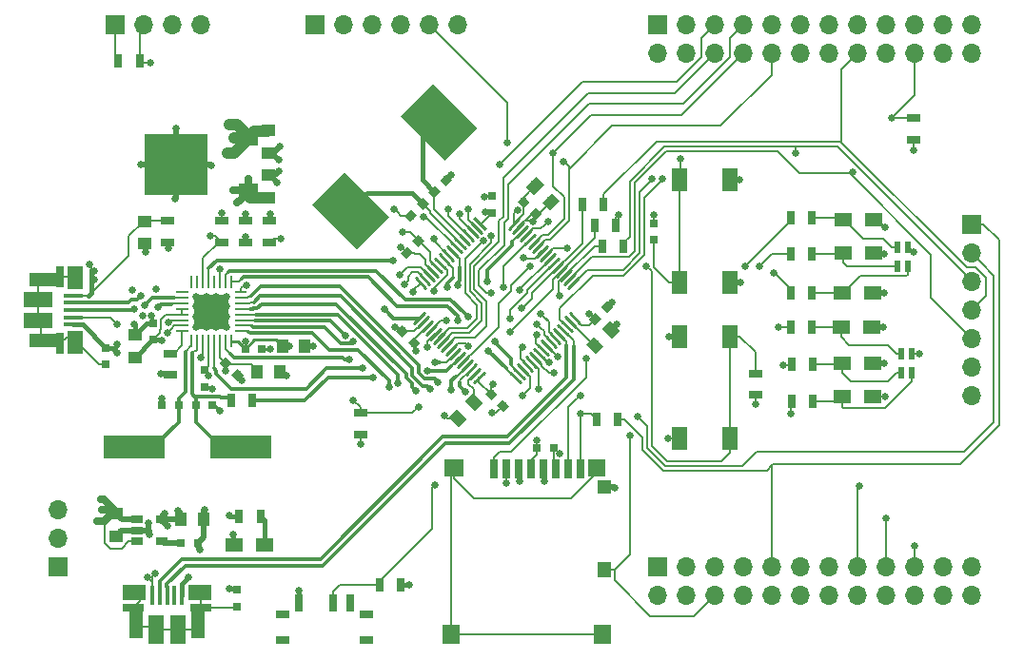
<source format=gtl>
G04 #@! TF.GenerationSoftware,KiCad,Pcbnew,(2017-08-04 revision 7bf9f8e1c)-master*
G04 #@! TF.CreationDate,2018-06-13T20:52:22+02:00*
G04 #@! TF.ProjectId,pcb-f2-a,7063622D66322D612E6B696361645F70,rev?*
G04 #@! TF.SameCoordinates,Original*
G04 #@! TF.FileFunction,Copper,L1,Top,Signal*
G04 #@! TF.FilePolarity,Positive*
%FSLAX46Y46*%
G04 Gerber Fmt 4.6, Leading zero omitted, Abs format (unit mm)*
G04 Created by KiCad (PCBNEW (2017-08-04 revision 7bf9f8e1c)-master) date Wed Jun 13 20:52:22 2018*
%MOMM*%
%LPD*%
G01*
G04 APERTURE LIST*
%ADD10O,0.240000X0.440000*%
%ADD11O,0.440000X0.240000*%
%ADD12C,0.950000*%
%ADD13R,3.100000X3.100000*%
%ADD14R,0.240000X1.000000*%
%ADD15R,1.000000X0.240000*%
%ADD16R,1.000000X1.250000*%
%ADD17R,5.500000X2.000000*%
%ADD18R,1.399540X2.100580*%
%ADD19C,0.750000*%
%ADD20C,0.100000*%
%ADD21R,0.750000X0.800000*%
%ADD22C,1.000000*%
%ADD23R,1.250000X1.000000*%
%ADD24R,0.800000X0.750000*%
%ADD25R,1.500000X1.300000*%
%ADD26R,1.700000X1.700000*%
%ADD27O,1.700000X1.700000*%
%ADD28R,0.575000X1.050000*%
%ADD29R,1.300480X2.451100*%
%ADD30R,1.826260X0.701040*%
%ADD31R,1.998980X1.399540*%
%ADD32R,1.424940X2.499360*%
%ADD33R,0.398780X1.750060*%
%ADD34R,1.750060X0.398780*%
%ADD35R,2.499360X1.424940*%
%ADD36R,1.399540X1.998980*%
%ADD37R,2.451100X1.300480*%
%ADD38R,0.701040X1.826260*%
%ADD39R,0.800100X1.678940*%
%ADD40R,1.600200X1.501140*%
%ADD41R,1.699260X1.501140*%
%ADD42R,1.501140X1.699260*%
%ADD43R,1.290320X1.300480*%
%ADD44R,1.290320X1.399540*%
%ADD45R,0.700000X1.300000*%
%ADD46R,1.300000X0.700000*%
%ADD47R,1.200000X0.800000*%
%ADD48R,0.800000X1.600000*%
%ADD49C,0.248920*%
%ADD50C,0.248920*%
%ADD51R,1.699260X1.300480*%
%ADD52R,5.699760X5.499100*%
%ADD53R,1.060000X0.650000*%
%ADD54C,4.099560*%
%ADD55C,0.635000*%
%ADD56C,0.203200*%
%ADD57C,0.381000*%
%ADD58C,0.508000*%
%ADD59C,0.254000*%
%ADD60C,0.635000*%
%ADD61C,1.016000*%
%ADD62C,0.300000*%
%ADD63C,0.152400*%
%ADD64C,0.325000*%
G04 APERTURE END LIST*
D10*
X69687500Y-102382500D03*
X69187500Y-102382500D03*
X68687500Y-102382500D03*
X68187500Y-102382500D03*
X67687500Y-102382500D03*
X67187500Y-102382500D03*
X66687500Y-102382500D03*
D11*
X65692500Y-101887500D03*
X65692500Y-101387500D03*
X65692500Y-100887500D03*
X65692500Y-100387500D03*
X65692500Y-99887500D03*
X65692500Y-99387500D03*
X65692500Y-98887500D03*
D10*
X66187500Y-97892500D03*
X66687500Y-97892500D03*
X67187500Y-97892500D03*
X67687500Y-97892500D03*
X68187500Y-97892500D03*
X68687500Y-97892500D03*
X69187500Y-97892500D03*
D11*
X70182500Y-98387500D03*
X70182500Y-98887500D03*
X70182500Y-99387500D03*
X70182500Y-99887500D03*
X70182500Y-100387500D03*
X70182500Y-100887500D03*
X70182500Y-101387500D03*
D12*
X68837500Y-101037500D03*
X67937500Y-101037500D03*
X67037500Y-101037500D03*
X68837500Y-100137500D03*
X67937500Y-100137500D03*
X67037500Y-100137500D03*
X68837500Y-99237500D03*
X67937500Y-99237500D03*
D13*
X67937500Y-100137500D03*
D12*
X67037500Y-99237500D03*
D14*
X69687500Y-102782500D03*
X69187500Y-102782500D03*
X68687500Y-102782500D03*
X68187500Y-102782500D03*
X67687500Y-102782500D03*
X67187500Y-102782500D03*
X66687500Y-102782500D03*
D10*
X66187500Y-102382500D03*
D15*
X65292500Y-101887500D03*
X65292500Y-101387500D03*
X65292500Y-100887500D03*
X65292500Y-100387500D03*
X65292500Y-99887500D03*
X65292500Y-99387500D03*
X65292500Y-98887500D03*
D11*
X65692500Y-98387500D03*
D14*
X66187500Y-97492500D03*
X66687500Y-97492500D03*
X67187500Y-97492500D03*
X67687500Y-97492500D03*
X68187500Y-97492500D03*
X68687500Y-97492500D03*
X69187500Y-97492500D03*
D10*
X69687500Y-97892500D03*
D15*
X70582500Y-98387500D03*
X70582500Y-98887500D03*
X70582500Y-99387500D03*
X70582500Y-99887500D03*
X70582500Y-100387500D03*
X70582500Y-100887500D03*
X70582500Y-101387500D03*
D11*
X70182500Y-101887500D03*
D14*
X66187500Y-102782500D03*
D15*
X65292500Y-98387500D03*
D14*
X69687500Y-97492500D03*
D15*
X70582500Y-101887500D03*
D16*
X67250000Y-118650000D03*
X65250000Y-118650000D03*
D17*
X70550000Y-112200000D03*
X61050000Y-112200000D03*
D18*
X114050440Y-88400860D03*
X114050440Y-97499140D03*
X109549560Y-88400860D03*
X109549560Y-97499140D03*
X114050440Y-102350860D03*
X114050440Y-111449140D03*
X109549560Y-102350860D03*
X109549560Y-111449140D03*
D19*
X84919670Y-101869670D03*
D20*
G36*
X84371662Y-101851992D02*
X84901992Y-101321662D01*
X85467678Y-101887348D01*
X84937348Y-102417678D01*
X84371662Y-101851992D01*
X84371662Y-101851992D01*
G37*
D19*
X85980330Y-102930330D03*
D20*
G36*
X85432322Y-102912652D02*
X85962652Y-102382322D01*
X86528338Y-102948008D01*
X85998008Y-103478338D01*
X85432322Y-102912652D01*
X85432322Y-102912652D01*
G37*
D19*
X86380330Y-93819670D03*
D20*
G36*
X86398008Y-93271662D02*
X86928338Y-93801992D01*
X86362652Y-94367678D01*
X85832322Y-93837348D01*
X86398008Y-93271662D01*
X86398008Y-93271662D01*
G37*
D19*
X85319670Y-94880330D03*
D20*
G36*
X85337348Y-94332322D02*
X85867678Y-94862652D01*
X85301992Y-95428338D01*
X84771662Y-94898008D01*
X85337348Y-94332322D01*
X85337348Y-94332322D01*
G37*
D19*
X95719670Y-90369670D03*
D20*
G36*
X96267678Y-90387348D02*
X95737348Y-90917678D01*
X95171662Y-90351992D01*
X95701992Y-89821662D01*
X96267678Y-90387348D01*
X96267678Y-90387348D01*
G37*
D19*
X96780330Y-91430330D03*
D20*
G36*
X97328338Y-91448008D02*
X96798008Y-91978338D01*
X96232322Y-91412652D01*
X96762652Y-90882322D01*
X97328338Y-91448008D01*
X97328338Y-91448008D01*
G37*
D21*
X92900000Y-89850000D03*
X92900000Y-91350000D03*
D19*
X92819670Y-107469670D03*
D20*
G36*
X93367678Y-107487348D02*
X92837348Y-108017678D01*
X92271662Y-107451992D01*
X92801992Y-106921662D01*
X93367678Y-107487348D01*
X93367678Y-107487348D01*
G37*
D19*
X93880330Y-108530330D03*
D20*
G36*
X94428338Y-108548008D02*
X93898008Y-109078338D01*
X93332322Y-108512652D01*
X93862652Y-107982322D01*
X94428338Y-108548008D01*
X94428338Y-108548008D01*
G37*
D19*
X103130330Y-99719670D03*
D20*
G36*
X103148008Y-99171662D02*
X103678338Y-99701992D01*
X103112652Y-100267678D01*
X102582322Y-99737348D01*
X103148008Y-99171662D01*
X103148008Y-99171662D01*
G37*
D19*
X102069670Y-100780330D03*
D20*
G36*
X102087348Y-100232322D02*
X102617678Y-100762652D01*
X102051992Y-101328338D01*
X101521662Y-100798008D01*
X102087348Y-100232322D01*
X102087348Y-100232322D01*
G37*
D22*
X98157107Y-90357107D03*
D20*
G36*
X98952602Y-90268719D02*
X98068719Y-91152602D01*
X97361612Y-90445495D01*
X98245495Y-89561612D01*
X98952602Y-90268719D01*
X98952602Y-90268719D01*
G37*
D22*
X96742893Y-88942893D03*
D20*
G36*
X97538388Y-88854505D02*
X96654505Y-89738388D01*
X95947398Y-89031281D01*
X96831281Y-88147398D01*
X97538388Y-88854505D01*
X97538388Y-88854505D01*
G37*
D23*
X59424999Y-118110000D03*
X59424999Y-120110000D03*
D24*
X65250000Y-120750000D03*
X66750000Y-120750000D03*
D23*
X73000000Y-84000000D03*
X73000000Y-86000000D03*
X73000000Y-90000000D03*
X73000000Y-88000000D03*
D22*
X91257107Y-108192893D03*
D20*
G36*
X91168719Y-107397398D02*
X92052602Y-108281281D01*
X91345495Y-108988388D01*
X90461612Y-108104505D01*
X91168719Y-107397398D01*
X91168719Y-107397398D01*
G37*
D22*
X89842893Y-109607107D03*
D20*
G36*
X89754505Y-108811612D02*
X90638388Y-109695495D01*
X89931281Y-110402602D01*
X89047398Y-109518719D01*
X89754505Y-108811612D01*
X89754505Y-108811612D01*
G37*
D22*
X102042893Y-103157107D03*
D20*
G36*
X102131281Y-103952602D02*
X101247398Y-103068719D01*
X101954505Y-102361612D01*
X102838388Y-103245495D01*
X102131281Y-103952602D01*
X102131281Y-103952602D01*
G37*
D22*
X103457107Y-101742893D03*
D20*
G36*
X103545495Y-102538388D02*
X102661612Y-101654505D01*
X103368719Y-100947398D01*
X104252602Y-101831281D01*
X103545495Y-102538388D01*
X103545495Y-102538388D01*
G37*
D21*
X107300000Y-92250000D03*
X107300000Y-93750000D03*
D19*
X88830330Y-88419670D03*
D20*
G36*
X88812652Y-88967678D02*
X88282322Y-88437348D01*
X88848008Y-87871662D01*
X89378338Y-88401992D01*
X88812652Y-88967678D01*
X88812652Y-88967678D01*
G37*
D19*
X87769670Y-89480330D03*
D20*
G36*
X87751992Y-90028338D02*
X87221662Y-89498008D01*
X87787348Y-88932322D01*
X88317678Y-89462652D01*
X87751992Y-90028338D01*
X87751992Y-90028338D01*
G37*
D19*
X86730330Y-90519670D03*
D20*
G36*
X86748008Y-89971662D02*
X87278338Y-90501992D01*
X86712652Y-91067678D01*
X86182322Y-90537348D01*
X86748008Y-89971662D01*
X86748008Y-89971662D01*
G37*
D19*
X85669670Y-91580330D03*
D20*
G36*
X85687348Y-91032322D02*
X86217678Y-91562652D01*
X85651992Y-92128338D01*
X85121662Y-91598008D01*
X85687348Y-91032322D01*
X85687348Y-91032322D01*
G37*
D21*
X67300000Y-105350000D03*
X67300000Y-106850000D03*
D19*
X70280330Y-105780330D03*
D20*
G36*
X69732322Y-105762652D02*
X70262652Y-105232322D01*
X70828338Y-105798008D01*
X70298008Y-106328338D01*
X69732322Y-105762652D01*
X69732322Y-105762652D01*
G37*
D19*
X69219670Y-104719670D03*
D20*
G36*
X68671662Y-104701992D02*
X69201992Y-104171662D01*
X69767678Y-104737348D01*
X69237348Y-105267678D01*
X68671662Y-104701992D01*
X68671662Y-104701992D01*
G37*
D21*
X62750000Y-101150000D03*
X62750000Y-102650000D03*
D23*
X61150000Y-102200000D03*
X61150000Y-104200000D03*
D24*
X70950000Y-103450000D03*
X72450000Y-103450000D03*
D23*
X62000000Y-94100000D03*
X62000000Y-92100000D03*
D24*
X63550000Y-108500000D03*
X65050000Y-108500000D03*
X66550000Y-108500000D03*
X68050000Y-108500000D03*
X96900000Y-112300000D03*
X98400000Y-112300000D03*
D16*
X74250000Y-103200000D03*
X76250000Y-103200000D03*
X74000000Y-105500000D03*
X72000000Y-105500000D03*
D25*
X124048002Y-98440000D03*
X126748002Y-98440000D03*
X126748001Y-107740001D03*
X124048001Y-107740001D03*
X126848000Y-94940000D03*
X124148000Y-94940000D03*
X124048000Y-104740000D03*
X126748000Y-104740000D03*
X124148000Y-91939999D03*
X126848000Y-91939999D03*
X126648000Y-101540000D03*
X123948000Y-101540000D03*
X72665000Y-120905000D03*
X69965000Y-120905000D03*
D26*
X59360000Y-74600000D03*
D27*
X61900000Y-74600000D03*
X64440000Y-74600000D03*
X66980000Y-74600000D03*
D26*
X135560000Y-92380000D03*
D27*
X135560000Y-94920000D03*
X135560000Y-97460000D03*
X135560000Y-100000000D03*
X135560000Y-102540000D03*
X135560000Y-105080000D03*
X135560000Y-107620000D03*
D26*
X107620000Y-122860000D03*
D27*
X107620000Y-125400000D03*
X110160000Y-122860000D03*
X110160000Y-125400000D03*
X112700000Y-122860000D03*
X112700000Y-125400000D03*
X115240000Y-122860000D03*
X115240000Y-125400000D03*
X117780000Y-122860000D03*
X117780000Y-125400000D03*
X120320000Y-122860000D03*
X120320000Y-125400000D03*
X122860000Y-122860000D03*
X122860000Y-125400000D03*
X125400000Y-122860000D03*
X125400000Y-125400000D03*
X127940000Y-122860000D03*
X127940000Y-125400000D03*
X130480000Y-122860000D03*
X130480000Y-125400000D03*
X133020000Y-122860000D03*
X133020000Y-125400000D03*
X135560000Y-122860000D03*
X135560000Y-125400000D03*
X135560000Y-77140000D03*
X135560000Y-74600000D03*
X133020000Y-77140000D03*
X133020000Y-74600000D03*
X130480000Y-77140000D03*
X130480000Y-74600000D03*
X127940000Y-77140000D03*
X127940000Y-74600000D03*
X125400000Y-77140000D03*
X125400000Y-74600000D03*
X122860000Y-77140000D03*
X122860000Y-74600000D03*
X120320000Y-77140000D03*
X120320000Y-74600000D03*
X117780000Y-77140000D03*
X117780000Y-74600000D03*
X115240000Y-77140000D03*
X115240000Y-74600000D03*
X112700000Y-77140000D03*
X112700000Y-74600000D03*
X110160000Y-77140000D03*
X110160000Y-74600000D03*
X107620000Y-77140000D03*
D26*
X107620000Y-74600000D03*
D27*
X54280000Y-117780000D03*
X54280000Y-120320000D03*
D26*
X54280000Y-122860000D03*
D21*
X58550000Y-104850000D03*
X58550000Y-103350000D03*
X70250000Y-124900000D03*
X70250000Y-126400000D03*
D28*
X128935500Y-94365000D03*
X129860500Y-94365000D03*
X129860500Y-96115000D03*
X128935500Y-96115000D03*
X129335500Y-105615000D03*
X130260500Y-105615000D03*
X130260500Y-103865000D03*
X129335500Y-103865000D03*
D26*
X77140000Y-74600000D03*
D27*
X79680000Y-74600000D03*
X82220000Y-74600000D03*
X84760000Y-74600000D03*
X87300000Y-74600000D03*
X89840000Y-74600000D03*
D29*
X66725420Y-128050140D03*
D30*
X66987040Y-126500740D03*
X61012960Y-126500740D03*
D29*
X61274580Y-128050140D03*
D31*
X66900680Y-125169780D03*
X61099320Y-125169780D03*
D32*
X64962660Y-128448920D03*
X63037340Y-128448920D03*
D33*
X65300480Y-125375520D03*
X64650240Y-125375520D03*
X64000000Y-125375520D03*
X63349760Y-125375520D03*
X62699520Y-125375520D03*
D34*
X55624480Y-98699520D03*
X55624480Y-99349760D03*
X55624480Y-100000000D03*
X55624480Y-100650240D03*
X55624480Y-101300480D03*
D35*
X52551080Y-99037340D03*
X52551080Y-100962660D03*
D36*
X55830220Y-97099320D03*
X55830220Y-102900680D03*
D37*
X52949860Y-97274580D03*
D38*
X54499260Y-97012960D03*
X54499260Y-102987040D03*
D37*
X52949860Y-102725420D03*
D39*
X93099320Y-114139740D03*
X94199140Y-114139740D03*
X95298960Y-114139740D03*
X96398780Y-114139740D03*
X97501140Y-114139740D03*
X98600960Y-114139740D03*
X99700780Y-114139740D03*
X100800600Y-114139740D03*
D40*
X102210300Y-114050840D03*
D41*
X89550940Y-114050840D03*
D42*
X102748780Y-128899680D03*
X89251220Y-128899680D03*
D43*
X102855460Y-115699300D03*
D44*
X102855460Y-123100860D03*
D45*
X61550000Y-77850000D03*
X59650000Y-77850000D03*
X104100000Y-109700000D03*
X102200000Y-109700000D03*
X102700000Y-94300000D03*
X104600000Y-94300000D03*
X102850000Y-90600000D03*
X100950000Y-90600000D03*
D46*
X116350000Y-107550000D03*
X116350000Y-105650000D03*
X73100000Y-92050000D03*
X73100000Y-93950000D03*
X71000000Y-93950000D03*
X71000000Y-92050000D03*
X68900000Y-92050000D03*
X68900000Y-93950000D03*
X64000000Y-93950000D03*
X64000000Y-92050000D03*
D45*
X84800000Y-124450000D03*
X82900000Y-124450000D03*
D46*
X130450000Y-84800000D03*
X130450000Y-82900000D03*
X81200000Y-109150000D03*
X81200000Y-111050000D03*
X64300000Y-103850000D03*
X64300000Y-105750000D03*
D45*
X102050000Y-92450000D03*
X103950000Y-92450000D03*
X121348000Y-98440000D03*
X119448000Y-98440000D03*
X119548000Y-108140000D03*
X121448000Y-108140000D03*
X121348000Y-95040000D03*
X119448000Y-95040000D03*
X121448000Y-104840000D03*
X119548000Y-104840000D03*
X119447999Y-91740000D03*
X121347999Y-91740000D03*
X119448000Y-101540000D03*
X121348000Y-101540000D03*
X72315000Y-118355000D03*
X70415000Y-118355000D03*
X71600000Y-108050000D03*
X69700000Y-108050000D03*
D47*
X81750000Y-129350000D03*
X81750000Y-127050000D03*
X74250000Y-129350000D03*
X74250000Y-127050000D03*
D48*
X75750000Y-126050000D03*
X78750000Y-126050000D03*
X80250000Y-126050000D03*
D49*
X91850297Y-92298354D03*
D20*
G36*
X91399488Y-91671532D02*
X92477119Y-92749163D01*
X92301106Y-92925176D01*
X91223475Y-91847545D01*
X91399488Y-91671532D01*
X91399488Y-91671532D01*
G37*
D49*
X91496475Y-92652176D03*
D50*
X91947284Y-93102985D02*
X91045666Y-92201367D01*
D49*
X91142653Y-93005998D03*
D50*
X91593462Y-93456807D02*
X90691844Y-92555189D01*
D49*
X90788831Y-93359820D03*
D50*
X91239640Y-93810629D02*
X90338022Y-92909011D01*
D49*
X90435009Y-93713642D03*
D50*
X90885818Y-94164451D02*
X89984200Y-93262833D01*
D49*
X90082983Y-94065668D03*
D50*
X90533792Y-94516477D02*
X89632174Y-93614859D01*
D49*
X89729161Y-94419491D03*
D50*
X90179970Y-94870300D02*
X89278352Y-93968682D01*
D49*
X89375339Y-94773313D03*
D50*
X89826148Y-95224122D02*
X88924530Y-94322504D01*
D49*
X89021517Y-95127135D03*
D50*
X89472326Y-95577944D02*
X88570708Y-94676326D01*
D49*
X88667694Y-95480957D03*
D50*
X89118503Y-95931766D02*
X88216885Y-95030148D01*
D49*
X88313872Y-95834779D03*
D50*
X88764681Y-96285588D02*
X87863063Y-95383970D01*
D49*
X87961846Y-96186805D03*
D50*
X88412655Y-96637614D02*
X87511037Y-95735996D01*
D49*
X87608024Y-96540627D03*
D50*
X88058833Y-96991436D02*
X87157215Y-96089818D01*
D49*
X87254202Y-96894449D03*
D50*
X87705011Y-97345258D02*
X86803393Y-96443640D01*
D49*
X86900380Y-97248271D03*
D50*
X87351189Y-97699080D02*
X86449571Y-96797462D01*
D49*
X86546558Y-97602093D03*
D50*
X86997367Y-98052902D02*
X86095749Y-97151284D01*
D49*
X86433407Y-100714650D03*
D50*
X86884216Y-100263841D02*
X85982598Y-101165459D01*
D49*
X86787229Y-101068472D03*
D50*
X87238038Y-100617663D02*
X86336420Y-101519281D01*
D49*
X87141051Y-101422294D03*
D50*
X87591860Y-100971485D02*
X86690242Y-101873103D01*
D49*
X87494873Y-101776116D03*
D50*
X87945682Y-101325307D02*
X87044064Y-102226925D01*
D49*
X87848695Y-102129938D03*
D50*
X88299504Y-101679129D02*
X87397886Y-102580747D01*
D49*
X88200721Y-102481964D03*
D50*
X88651530Y-102031155D02*
X87749912Y-102932773D01*
D49*
X88554543Y-102835787D03*
D50*
X89005352Y-102384978D02*
X88103734Y-103286596D01*
D49*
X88908365Y-103189609D03*
D50*
X89359174Y-102738800D02*
X88457556Y-103640418D01*
D49*
X89262187Y-103543431D03*
D50*
X89712996Y-103092622D02*
X88811378Y-103994240D01*
D49*
X89616010Y-103897253D03*
D50*
X90066819Y-103446444D02*
X89165201Y-104348062D01*
D49*
X89969832Y-104251075D03*
D50*
X90420641Y-103800266D02*
X89519023Y-104701884D01*
D49*
X90321858Y-104603101D03*
D50*
X90772667Y-104152292D02*
X89871049Y-105053910D01*
D49*
X90675680Y-104956923D03*
D50*
X91126489Y-104506114D02*
X90224871Y-105407732D01*
D49*
X91029502Y-105310745D03*
D50*
X91480311Y-104859936D02*
X90578693Y-105761554D01*
D49*
X91383324Y-105664567D03*
D50*
X91834133Y-105213758D02*
X90932515Y-106115376D01*
D49*
X91737146Y-106018389D03*
D50*
X92187955Y-105567580D02*
X91286337Y-106469198D01*
D49*
X94962854Y-106018389D03*
D50*
X95413663Y-106469198D02*
X94512045Y-105567580D01*
D49*
X95316676Y-105664567D03*
D50*
X95767485Y-106115376D02*
X94865867Y-105213758D01*
D49*
X95670498Y-105310745D03*
D50*
X96121307Y-105761554D02*
X95219689Y-104859936D01*
D49*
X96024320Y-104956923D03*
D50*
X96475129Y-105407732D02*
X95573511Y-104506114D01*
D49*
X96378142Y-104603101D03*
D50*
X96828951Y-105053910D02*
X95927333Y-104152292D01*
D49*
X96730168Y-104251075D03*
D50*
X97180977Y-104701884D02*
X96279359Y-103800266D01*
D49*
X97083990Y-103897253D03*
D50*
X97534799Y-104348062D02*
X96633181Y-103446444D01*
D49*
X97437813Y-103543431D03*
D50*
X97888622Y-103994240D02*
X96987004Y-103092622D01*
D49*
X97791635Y-103189609D03*
D50*
X98242444Y-103640418D02*
X97340826Y-102738800D01*
D49*
X98145457Y-102835787D03*
D50*
X98596266Y-103286596D02*
X97694648Y-102384978D01*
D49*
X98499279Y-102481964D03*
D50*
X98950088Y-102932773D02*
X98048470Y-102031155D01*
D49*
X98851305Y-102129938D03*
D50*
X99302114Y-102580747D02*
X98400496Y-101679129D01*
D49*
X99205127Y-101776116D03*
D50*
X99655936Y-102226925D02*
X98754318Y-101325307D01*
D49*
X99558949Y-101422294D03*
D50*
X100009758Y-101873103D02*
X99108140Y-100971485D01*
D49*
X99912771Y-101068472D03*
D50*
X100363580Y-101519281D02*
X99461962Y-100617663D01*
D49*
X100266593Y-100714650D03*
D50*
X100717402Y-101165459D02*
X99815784Y-100263841D01*
D49*
X100153442Y-97602093D03*
D50*
X100604251Y-97151284D02*
X99702633Y-98052902D01*
D49*
X99799620Y-97248271D03*
D50*
X100250429Y-96797462D02*
X99348811Y-97699080D01*
D49*
X99091976Y-96540627D03*
D50*
X99542785Y-96089818D02*
X98641167Y-96991436D01*
D49*
X99458370Y-96881877D03*
D50*
X99909179Y-96431068D02*
X99007561Y-97332686D01*
D49*
X98738154Y-96186805D03*
D50*
X99188963Y-95735996D02*
X98287345Y-96637614D01*
D49*
X98386128Y-95834779D03*
D50*
X98836937Y-95383970D02*
X97935319Y-96285588D01*
D49*
X98032306Y-95480957D03*
D50*
X98483115Y-95030148D02*
X97581497Y-95931766D01*
D49*
X97678483Y-95127135D03*
D50*
X98129292Y-94676326D02*
X97227674Y-95577944D01*
D49*
X97324661Y-94773313D03*
D50*
X97775470Y-94322504D02*
X96873852Y-95224122D01*
D49*
X96970839Y-94419491D03*
D50*
X97421648Y-93968682D02*
X96520030Y-94870300D01*
D49*
X96622405Y-94071057D03*
D50*
X97073214Y-93620248D02*
X96171596Y-94521866D01*
D49*
X96268583Y-93717234D03*
D50*
X96719392Y-93266425D02*
X95817774Y-94168043D01*
D49*
X95914761Y-93363412D03*
D50*
X96365570Y-92912603D02*
X95463952Y-93814221D01*
D49*
X95560939Y-93009590D03*
D50*
X96011748Y-92558781D02*
X95110130Y-93460399D01*
D49*
X95208913Y-92657564D03*
D50*
X95659722Y-92206755D02*
X94758104Y-93108373D01*
D49*
X94855091Y-92303742D03*
D50*
X95305900Y-91852933D02*
X94404282Y-92754551D01*
D51*
X71220720Y-89286000D03*
X71220720Y-84714000D03*
D52*
X64779280Y-87000000D03*
D53*
X61325000Y-118660000D03*
X61325000Y-119610000D03*
X61325000Y-120560000D03*
X63525000Y-120560000D03*
X63525000Y-118660000D03*
D54*
X88174372Y-83275628D03*
D20*
G36*
X88705105Y-86705188D02*
X84744812Y-82744895D01*
X87643639Y-79846068D01*
X91603932Y-83806361D01*
X88705105Y-86705188D01*
X88705105Y-86705188D01*
G37*
D54*
X80325628Y-91124372D03*
D20*
G36*
X80856361Y-94553932D02*
X76896068Y-90593639D01*
X79794895Y-87694812D01*
X83755188Y-91655105D01*
X80856361Y-94553932D01*
X80856361Y-94553932D01*
G37*
D55*
X96570000Y-92130000D03*
X69500000Y-124800000D03*
X69287500Y-101487500D03*
X68387500Y-101487500D03*
X67487500Y-101487500D03*
X66587500Y-101487500D03*
X69287500Y-100587500D03*
X68387500Y-100587500D03*
X67487500Y-100587500D03*
X66587500Y-100587500D03*
X69287500Y-99687500D03*
X68387500Y-99687500D03*
X67487500Y-99687500D03*
X66587500Y-99687500D03*
X69287500Y-98787500D03*
X68387500Y-98787500D03*
X67487500Y-98787500D03*
X66587500Y-98787500D03*
X84250000Y-101500000D03*
X70650000Y-106250000D03*
X62375475Y-119000772D03*
X62400000Y-119950000D03*
X59528710Y-103000000D03*
X61100000Y-101250000D03*
X61800000Y-100500000D03*
X60900000Y-98200000D03*
X63000000Y-98100000D03*
X62600000Y-100500000D03*
X84192672Y-90988009D03*
X84975637Y-93027690D03*
X92908457Y-109164383D03*
X130450000Y-85750000D03*
X92265040Y-89915040D03*
X103850000Y-115850000D03*
X73800000Y-88650000D03*
X73950000Y-87650000D03*
X73900000Y-86650000D03*
X74000000Y-85450000D03*
X107300000Y-91500000D03*
X104000000Y-101250000D03*
X103550000Y-99300000D03*
X98900000Y-112800000D03*
X88700000Y-109400000D03*
X108600000Y-111450000D03*
X108650000Y-102350000D03*
X114950000Y-88400000D03*
X115000000Y-97500000D03*
X89300000Y-87950000D03*
X59550000Y-103800000D03*
X69500000Y-118300000D03*
X81200000Y-111900000D03*
X85550000Y-124450000D03*
X65900000Y-123750000D03*
X66950000Y-121300000D03*
X67350000Y-117750000D03*
X63550000Y-107900000D03*
X68650000Y-109000000D03*
X68000000Y-107000000D03*
X74650000Y-105850000D03*
X77000000Y-103200000D03*
X73150000Y-103450000D03*
X67900000Y-87100000D03*
X64750000Y-90050000D03*
X61650000Y-87000000D03*
X64800000Y-83850000D03*
X62100000Y-94800000D03*
X63400000Y-105700000D03*
X94250000Y-85100000D03*
X109650000Y-86500000D03*
X86780954Y-91660974D03*
X106650000Y-96100000D03*
X99550000Y-94500000D03*
X92950000Y-106600000D03*
X70250000Y-90450000D03*
X69850000Y-89300000D03*
X75700000Y-124950000D03*
X86096273Y-103606536D03*
X63546731Y-102705086D03*
X127865040Y-107734960D03*
X84800000Y-94400000D03*
X92272310Y-91238539D03*
X95165040Y-91065040D03*
X71200000Y-88350000D03*
X130900000Y-103850000D03*
X130400000Y-94800000D03*
X127800000Y-104700000D03*
X127700000Y-101550000D03*
X127750000Y-98500000D03*
X127750000Y-95000000D03*
X127850000Y-92650000D03*
X101550000Y-100300000D03*
X104200000Y-91500000D03*
X96900000Y-111600000D03*
X116350000Y-108350000D03*
X73150000Y-91450000D03*
X71000000Y-91400000D03*
X68900000Y-91350000D03*
X70950000Y-102800000D03*
X74850000Y-103250000D03*
X69900000Y-119950000D03*
X58100000Y-116850000D03*
X57800000Y-118800000D03*
X58200000Y-117800000D03*
X69400000Y-86000000D03*
X69500000Y-83500000D03*
X70000000Y-84700000D03*
X69200000Y-105400000D03*
X67650000Y-105850000D03*
X65000000Y-117850000D03*
X63800000Y-118100000D03*
X64000000Y-119250000D03*
X57100000Y-95900000D03*
X57550000Y-97250000D03*
X57500000Y-96550000D03*
X99250000Y-86750000D03*
X62550000Y-77950000D03*
X98350000Y-86000000D03*
X98400000Y-105600000D03*
X105850000Y-109450000D03*
X119900000Y-86050000D03*
X125000000Y-87750000D03*
X92143407Y-93801762D03*
X97900000Y-92100000D03*
X93600002Y-87000000D03*
X95639605Y-103297486D03*
X92850000Y-98500000D03*
X92850002Y-93350000D03*
X95650000Y-107600000D03*
X87700000Y-93650000D03*
X97050000Y-107000000D03*
X96300000Y-96100000D03*
X128450000Y-82900000D03*
X97250000Y-100300000D03*
X118400000Y-101550000D03*
X115400000Y-96100000D03*
X85900000Y-98350000D03*
X130499994Y-120950000D03*
X96889809Y-101250000D03*
X118850000Y-104900000D03*
X85150000Y-97700000D03*
X127950000Y-118550000D03*
X116700000Y-96100000D03*
X98749992Y-104150000D03*
X119450000Y-109250000D03*
X84700000Y-96850000D03*
X125550000Y-115650000D03*
X117950000Y-96700000D03*
X95400006Y-98200000D03*
X105150000Y-111150000D03*
X62250000Y-123800000D03*
X62950000Y-123450000D03*
X107150000Y-88350000D03*
X108100000Y-88350000D03*
X64050006Y-102000000D03*
X59550000Y-101250000D03*
X98899998Y-98700000D03*
X101250000Y-104300000D03*
X94550010Y-101900000D03*
X94150000Y-115400000D03*
X94500000Y-100750000D03*
X95350000Y-115250000D03*
X95550544Y-99850544D03*
X97550000Y-115250000D03*
X100777690Y-107587214D03*
X97950000Y-104650000D03*
X96906784Y-102187069D03*
X100777690Y-109250000D03*
X90777690Y-91056712D03*
X71086600Y-97769387D03*
X74100000Y-93650000D03*
X68700000Y-96317510D03*
X90000000Y-91450000D03*
X70950000Y-93450000D03*
X67800000Y-93350000D03*
X89050000Y-91050000D03*
X64084960Y-101084960D03*
X64100000Y-94500000D03*
X93900000Y-97950000D03*
X87800000Y-115550000D03*
X90800000Y-103200000D03*
X86350000Y-108600004D03*
X88850000Y-100950000D03*
X80550000Y-108000000D03*
X66965370Y-104187174D03*
X82350000Y-106000002D03*
X92453658Y-97431932D03*
X81400000Y-105150000D03*
X89842556Y-97799696D03*
X80200000Y-104400000D03*
X88942181Y-97953368D03*
X80551234Y-102814986D03*
X87762949Y-98334320D03*
X83350000Y-99950000D03*
X79824424Y-102264975D03*
X83721338Y-106860748D03*
X87158439Y-103293320D03*
X84550000Y-106550000D03*
X87800000Y-104650000D03*
X86100000Y-107200000D03*
X87180491Y-105376767D03*
X89296853Y-107067510D03*
X87438211Y-107056849D03*
X88088256Y-106387799D03*
X90506091Y-107242298D03*
X89836002Y-100953626D03*
X92600000Y-103650000D03*
X93128961Y-102817304D03*
X90749996Y-100600000D03*
X84100000Y-95550000D03*
X95730805Y-95330890D03*
X61700000Y-98700000D03*
X63200000Y-99700000D03*
X61100000Y-99900000D03*
X62000000Y-99600000D03*
D56*
X96488039Y-92048039D02*
X96570000Y-92130000D01*
X95818438Y-92048039D02*
X96488039Y-92048039D01*
X95208913Y-92657564D02*
X95818438Y-92048039D01*
D57*
X69949012Y-124800000D02*
X69500000Y-124800000D01*
X70150000Y-124800000D02*
X69949012Y-124800000D01*
X70250000Y-124900000D02*
X70150000Y-124800000D01*
D56*
X84550000Y-101500000D02*
X84250000Y-101500000D01*
X84919670Y-101869670D02*
X84550000Y-101500000D01*
X70280330Y-105780330D02*
X70280330Y-105880330D01*
X70280330Y-105880330D02*
X70650000Y-106250000D01*
D58*
X62375475Y-119449784D02*
X62375475Y-119000772D01*
X62375475Y-119597525D02*
X62375475Y-119449784D01*
X62363000Y-119610000D02*
X62375475Y-119597525D01*
X61325000Y-119610000D02*
X62363000Y-119610000D01*
X62400000Y-119647000D02*
X62400000Y-119950000D01*
X62363000Y-119610000D02*
X62400000Y-119647000D01*
D57*
X59528710Y-103127290D02*
X59528710Y-103000000D01*
X58550000Y-103350000D02*
X59306000Y-103350000D01*
X59306000Y-103350000D02*
X59528710Y-103127290D01*
X61150000Y-102200000D02*
X61150000Y-101300000D01*
X61150000Y-101300000D02*
X61100000Y-101250000D01*
X62750000Y-101150000D02*
X62200000Y-101150000D01*
X62200000Y-101150000D02*
X61150000Y-102200000D01*
D56*
X62750000Y-101150000D02*
X62750000Y-100650000D01*
X62750000Y-100650000D02*
X62600000Y-100500000D01*
X84784993Y-91580330D02*
X84510171Y-91305508D01*
X85669670Y-91580330D02*
X84784993Y-91580330D01*
X86380330Y-93819670D02*
X85588350Y-93027690D01*
X84510171Y-91305508D02*
X84192672Y-90988009D01*
X85588350Y-93027690D02*
X85424649Y-93027690D01*
X85424649Y-93027690D02*
X84975637Y-93027690D01*
X93246277Y-109164383D02*
X92908457Y-109164383D01*
X93880330Y-108530330D02*
X93246277Y-109164383D01*
X130450000Y-84800000D02*
X130450000Y-85750000D01*
X92265040Y-89906760D02*
X92265040Y-89915040D01*
X92321800Y-89850000D02*
X92265040Y-89906760D01*
X92900000Y-89850000D02*
X92321800Y-89850000D01*
X87378712Y-94818052D02*
X86716205Y-94155545D01*
X87961846Y-96186805D02*
X87378712Y-95603671D01*
X86716205Y-94155545D02*
X86380330Y-93819670D01*
X87378712Y-95603671D02*
X87378712Y-94818052D01*
D58*
X102855460Y-115699300D02*
X103699300Y-115699300D01*
X103699300Y-115699300D02*
X103850000Y-115850000D01*
X73000000Y-88000000D02*
X73150000Y-88000000D01*
X73150000Y-88000000D02*
X73800000Y-88650000D01*
X73000000Y-88000000D02*
X73600000Y-88000000D01*
X73600000Y-88000000D02*
X73950000Y-87650000D01*
X73000000Y-86000000D02*
X73250000Y-86000000D01*
X73250000Y-86000000D02*
X73900000Y-86650000D01*
X73000000Y-86000000D02*
X73450000Y-86000000D01*
X73450000Y-86000000D02*
X74000000Y-85450000D01*
D56*
X107300000Y-92250000D02*
X107300000Y-91500000D01*
X103457107Y-101742893D02*
X103507107Y-101742893D01*
X103507107Y-101742893D02*
X104000000Y-101250000D01*
X103130330Y-99719670D02*
X103550000Y-99300000D01*
X96780330Y-91430330D02*
X97083884Y-91430330D01*
X97083884Y-91430330D02*
X98157107Y-90357107D01*
X95208913Y-92657564D02*
X96436147Y-91430330D01*
X96436147Y-91430330D02*
X96780330Y-91430330D01*
X98400000Y-112300000D02*
X98900000Y-112800000D01*
X98400000Y-112300000D02*
X98400000Y-113938780D01*
X98400000Y-113938780D02*
X98600960Y-114139740D01*
X88907107Y-109607107D02*
X88700000Y-109400000D01*
X89842893Y-109607107D02*
X88907107Y-109607107D01*
X109549560Y-111449140D02*
X108600860Y-111449140D01*
X108600860Y-111449140D02*
X108600000Y-111450000D01*
X109549560Y-102350860D02*
X108650860Y-102350860D01*
X108650860Y-102350860D02*
X108650000Y-102350000D01*
X114050440Y-88400860D02*
X114949140Y-88400860D01*
X114949140Y-88400860D02*
X114950000Y-88400000D01*
X114050440Y-97499140D02*
X114999140Y-97499140D01*
X114999140Y-97499140D02*
X115000000Y-97500000D01*
X88830330Y-88419670D02*
X89300000Y-87950000D01*
D57*
X61400000Y-102200000D02*
X61200000Y-102200000D01*
X58550000Y-103350000D02*
X59100000Y-103350000D01*
X59100000Y-103350000D02*
X59550000Y-103800000D01*
X55624480Y-101300480D02*
X56500480Y-101300480D01*
X56500480Y-101300480D02*
X58550000Y-103350000D01*
X70415000Y-118355000D02*
X69555000Y-118355000D01*
X69555000Y-118355000D02*
X69500000Y-118300000D01*
D56*
X81200000Y-111050000D02*
X81200000Y-111900000D01*
D57*
X84800000Y-124450000D02*
X85550000Y-124450000D01*
X65300480Y-125375520D02*
X65300480Y-124349520D01*
X65300480Y-124349520D02*
X65900000Y-123750000D01*
D58*
X66750000Y-120750000D02*
X66750000Y-121100000D01*
X66750000Y-121100000D02*
X66950000Y-121300000D01*
X67250000Y-118650000D02*
X67250000Y-120250000D01*
X67250000Y-120250000D02*
X66750000Y-120750000D01*
X67250000Y-118650000D02*
X67250000Y-117850000D01*
X67250000Y-117850000D02*
X67350000Y-117750000D01*
D59*
X63550000Y-108500000D02*
X63550000Y-107900000D01*
X68050000Y-108500000D02*
X68150000Y-108500000D01*
X68150000Y-108500000D02*
X68650000Y-109000000D01*
X67300000Y-106850000D02*
X67850000Y-106850000D01*
X67850000Y-106850000D02*
X68000000Y-107000000D01*
X74000000Y-105500000D02*
X74300000Y-105500000D01*
X74300000Y-105500000D02*
X74650000Y-105850000D01*
X76250000Y-103200000D02*
X77000000Y-103200000D01*
X72450000Y-103450000D02*
X73150000Y-103450000D01*
D58*
X64779280Y-87000000D02*
X67800000Y-87000000D01*
X67800000Y-87000000D02*
X67900000Y-87100000D01*
X64779280Y-87000000D02*
X64779280Y-90020720D01*
X64779280Y-90020720D02*
X64750000Y-90050000D01*
X64779280Y-87000000D02*
X61650000Y-87000000D01*
X64779280Y-87000000D02*
X64779280Y-83870720D01*
X64779280Y-83870720D02*
X64800000Y-83850000D01*
X61325000Y-119610000D02*
X59925000Y-119610000D01*
X59925000Y-119610000D02*
X59425001Y-120110000D01*
D56*
X62000000Y-94100000D02*
X62000000Y-94700000D01*
X62000000Y-94700000D02*
X62100000Y-94800000D01*
X64300000Y-105750000D02*
X63450000Y-105750000D01*
X63450000Y-105750000D02*
X63400000Y-105700000D01*
X84919670Y-101869670D02*
X85986031Y-101869670D01*
X85986031Y-101869670D02*
X86787229Y-101068472D01*
X94250000Y-84650988D02*
X94250000Y-85100000D01*
X87300000Y-74600000D02*
X94250000Y-81550000D01*
X94250000Y-81550000D02*
X94250000Y-84650988D01*
X109650000Y-86500000D02*
X109650000Y-88300420D01*
X109650000Y-88300420D02*
X109549560Y-88400860D01*
X86970644Y-91660974D02*
X86780954Y-91660974D01*
X89729161Y-94419491D02*
X86970644Y-91660974D01*
X109549560Y-97499140D02*
X109549560Y-96245650D01*
X109549560Y-96245650D02*
X109549560Y-88400860D01*
X107300000Y-93750000D02*
X107300000Y-96152550D01*
X107300000Y-96152550D02*
X108646590Y-97499140D01*
X108646590Y-97499140D02*
X109549560Y-97499140D01*
X107100000Y-96550000D02*
X106650000Y-96100000D01*
X114050440Y-111449140D02*
X114050440Y-112702630D01*
X114050440Y-112702630D02*
X113303070Y-113450000D01*
X113303070Y-113450000D02*
X108450000Y-113450000D01*
X108450000Y-113450000D02*
X107100000Y-112100000D01*
X107100000Y-112100000D02*
X107100000Y-96550000D01*
X99100988Y-94500000D02*
X99550000Y-94500000D01*
X98305618Y-94500000D02*
X99100988Y-94500000D01*
X97678483Y-95127135D02*
X98305618Y-94500000D01*
X113951300Y-102450000D02*
X114050440Y-102350860D01*
X114050440Y-102350860D02*
X114050440Y-103604350D01*
X114050440Y-103604350D02*
X114050440Y-111449140D01*
X114050440Y-102350860D02*
X114953410Y-102350860D01*
X114953410Y-102350860D02*
X116350000Y-103747450D01*
X116350000Y-103747450D02*
X116350000Y-105096800D01*
X116350000Y-105096800D02*
X116350000Y-105650000D01*
X92819670Y-106730330D02*
X92950000Y-106600000D01*
X92819670Y-107469670D02*
X92819670Y-106730330D01*
D60*
X70567499Y-90132501D02*
X70250000Y-90450000D01*
X71220720Y-89479280D02*
X70567499Y-90132501D01*
X71220720Y-89286000D02*
X71220720Y-89479280D01*
X70299012Y-89300000D02*
X69850000Y-89300000D01*
X71206720Y-89300000D02*
X70299012Y-89300000D01*
X71220720Y-89286000D02*
X71206720Y-89300000D01*
D57*
X75700000Y-125399012D02*
X75700000Y-124950000D01*
X75700000Y-126000000D02*
X75700000Y-125399012D01*
X75750000Y-126050000D02*
X75700000Y-126000000D01*
D56*
X85980330Y-102930330D02*
X85980330Y-103560660D01*
X85980330Y-103560660D02*
X86026206Y-103606536D01*
X86026206Y-103606536D02*
X86096273Y-103606536D01*
X62750000Y-102650000D02*
X62750000Y-102625000D01*
X62750000Y-102625000D02*
X63328200Y-102046800D01*
X63328200Y-102046800D02*
X63328200Y-101800794D01*
X64589300Y-100387500D02*
X65292500Y-100387500D01*
X63862500Y-100387500D02*
X64589300Y-100387500D01*
X63450000Y-100800000D02*
X63862500Y-100387500D01*
D57*
X62750000Y-102650000D02*
X63506000Y-102650000D01*
D56*
X63328200Y-101800794D02*
X63450000Y-101678994D01*
X63450000Y-101678994D02*
X63450000Y-100800000D01*
D57*
X63546731Y-102690731D02*
X63546731Y-102705086D01*
X63506000Y-102650000D02*
X63546731Y-102690731D01*
D56*
X127859999Y-107740001D02*
X127865040Y-107734960D01*
X126748001Y-107740001D02*
X127859999Y-107740001D01*
X84839340Y-94400000D02*
X84800000Y-94400000D01*
X85319670Y-94880330D02*
X84839340Y-94400000D01*
X92272310Y-91300510D02*
X92272310Y-91238539D01*
X92900000Y-91350000D02*
X92321800Y-91350000D01*
X92321800Y-91350000D02*
X92272310Y-91300510D01*
X94855091Y-91374989D02*
X95165040Y-91065040D01*
X94855091Y-92303742D02*
X94855091Y-91374989D01*
D60*
X71220720Y-89286000D02*
X71220720Y-88370720D01*
X71220720Y-88370720D02*
X71200000Y-88350000D01*
D56*
X85319670Y-94880330D02*
X85950000Y-94880330D01*
X85950000Y-94880330D02*
X86069670Y-95000000D01*
X86069670Y-95000000D02*
X86450000Y-95000000D01*
X86450000Y-95000000D02*
X86972301Y-95522301D01*
X86972301Y-95522301D02*
X86972301Y-95904904D01*
X86972301Y-95904904D02*
X86998499Y-95931102D01*
X86998499Y-95931102D02*
X87608024Y-96540627D01*
X130260500Y-103865000D02*
X130885000Y-103865000D01*
X130885000Y-103865000D02*
X130900000Y-103850000D01*
X129860500Y-94365000D02*
X129965000Y-94365000D01*
X129965000Y-94365000D02*
X130400000Y-94800000D01*
X126748000Y-104740000D02*
X127760000Y-104740000D01*
X127760000Y-104740000D02*
X127800000Y-104700000D01*
X126648000Y-101540000D02*
X127690000Y-101540000D01*
X127690000Y-101540000D02*
X127700000Y-101550000D01*
X126748002Y-98440000D02*
X127690000Y-98440000D01*
X127690000Y-98440000D02*
X127750000Y-98500000D01*
X126848000Y-94940000D02*
X127690000Y-94940000D01*
X127690000Y-94940000D02*
X127750000Y-95000000D01*
X126848000Y-91939999D02*
X127139999Y-91939999D01*
X127139999Y-91939999D02*
X127850000Y-92650000D01*
X102069670Y-100780330D02*
X102030330Y-100780330D01*
X102030330Y-100780330D02*
X101550000Y-100300000D01*
X101500000Y-101350000D02*
X100901943Y-101350000D01*
X100901943Y-101350000D02*
X100266593Y-100714650D01*
X102069670Y-100780330D02*
X101500000Y-101350000D01*
X103950000Y-92450000D02*
X103950000Y-91750000D01*
X103950000Y-91750000D02*
X104200000Y-91500000D01*
X95719670Y-90369670D02*
X95719670Y-89966116D01*
X95719670Y-89966116D02*
X96742893Y-88942893D01*
X94855091Y-92303742D02*
X95719670Y-91439163D01*
X95719670Y-91439163D02*
X95719670Y-90369670D01*
X96900000Y-112300000D02*
X96900000Y-111600000D01*
X96900000Y-112300000D02*
X96900000Y-112878200D01*
X96900000Y-112878200D02*
X96398780Y-113379420D01*
X96398780Y-113379420D02*
X96398780Y-114139740D01*
X91737146Y-106018389D02*
X91737146Y-106387146D01*
X91737146Y-106387146D02*
X92819670Y-107469670D01*
X116350000Y-107550000D02*
X116350000Y-108350000D01*
X91850297Y-92298354D02*
X91951646Y-92298354D01*
X91951646Y-92298354D02*
X92900000Y-91350000D01*
X59360000Y-74600000D02*
X59360000Y-77560000D01*
X59360000Y-77560000D02*
X59650000Y-77850000D01*
D61*
X71220720Y-89286000D02*
X71220720Y-89861720D01*
X71220720Y-89861720D02*
X71359000Y-90000000D01*
X71359000Y-90000000D02*
X73000000Y-90000000D01*
D56*
X73100000Y-92050000D02*
X73100000Y-91500000D01*
X73100000Y-91500000D02*
X73150000Y-91450000D01*
X71000000Y-92050000D02*
X71000000Y-91400000D01*
X68900000Y-92050000D02*
X68900000Y-91350000D01*
D59*
X70950000Y-103450000D02*
X70950000Y-102800000D01*
X74250000Y-103200000D02*
X74800000Y-103200000D01*
X74800000Y-103200000D02*
X74850000Y-103250000D01*
X70950000Y-103450000D02*
X70975000Y-103450000D01*
X70975000Y-103450000D02*
X71775000Y-102650000D01*
X71775000Y-102650000D02*
X73700000Y-102650000D01*
X73700000Y-102650000D02*
X74250000Y-103200000D01*
X69687500Y-102782500D02*
X70282500Y-102782500D01*
X70282500Y-102782500D02*
X70950000Y-103450000D01*
D57*
X63000000Y-102650000D02*
X62950000Y-102650000D01*
X62700000Y-102650000D02*
X61150000Y-104200000D01*
D56*
X63000000Y-102625000D02*
X63000000Y-102650000D01*
X65292500Y-99887500D02*
X65292500Y-100387500D01*
X85980330Y-102930330D02*
X85980330Y-102583015D01*
X85980330Y-102583015D02*
X87141051Y-101422294D01*
D61*
X71700000Y-84050000D02*
X72950000Y-84050000D01*
X72950000Y-84050000D02*
X73000000Y-84000000D01*
X71220720Y-84714000D02*
X71220720Y-84529280D01*
X71220720Y-84529280D02*
X71700000Y-84050000D01*
D57*
X69900000Y-119950000D02*
X69900000Y-120840000D01*
X69900000Y-120840000D02*
X69965000Y-120905000D01*
D60*
X59424999Y-117924999D02*
X58350000Y-116850000D01*
X58350000Y-116850000D02*
X58100000Y-116850000D01*
X59424999Y-118110000D02*
X59424999Y-117924999D01*
X59090000Y-118110000D02*
X58400000Y-118800000D01*
X58400000Y-118800000D02*
X57800000Y-118800000D01*
X59424999Y-118110000D02*
X59090000Y-118110000D01*
X58200000Y-117800000D02*
X59114999Y-117800000D01*
X59114999Y-117800000D02*
X59424999Y-118110000D01*
D56*
X58425000Y-119109999D02*
X58425000Y-120710000D01*
D61*
X69400000Y-86000000D02*
X69934720Y-86000000D01*
X69934720Y-86000000D02*
X71220720Y-84714000D01*
X71220720Y-84520720D02*
X70200000Y-83500000D01*
X70200000Y-83500000D02*
X69500000Y-83500000D01*
X71220720Y-84714000D02*
X71220720Y-84520720D01*
X70000000Y-84700000D02*
X71206720Y-84700000D01*
X71206720Y-84700000D02*
X71220720Y-84714000D01*
D60*
X59325000Y-118210000D02*
X59424999Y-118110000D01*
D56*
X58425000Y-119109999D02*
X59424999Y-118110000D01*
X58925000Y-121210000D02*
X58425000Y-120710000D01*
X59941800Y-121210000D02*
X58925000Y-121210000D01*
X61325000Y-120560001D02*
X60591800Y-120560000D01*
X60591800Y-120560000D02*
X59941800Y-121210000D01*
D58*
X61325000Y-118660000D02*
X59975000Y-118660000D01*
X59975000Y-118660000D02*
X59424999Y-118110000D01*
X65250000Y-120750000D02*
X63715000Y-120750000D01*
X63715000Y-120750000D02*
X63525000Y-120560000D01*
D56*
X69219670Y-104719670D02*
X69219670Y-105380330D01*
X69219670Y-105380330D02*
X69200000Y-105400000D01*
X69219670Y-104719670D02*
X69350000Y-104850000D01*
X69350000Y-104850000D02*
X71450000Y-104850000D01*
X71450000Y-104850000D02*
X72000000Y-105400000D01*
X72000000Y-105400000D02*
X72000000Y-105500000D01*
X68687500Y-104187500D02*
X69219670Y-104719670D01*
X67300000Y-105500000D02*
X67332501Y-105532501D01*
X67300000Y-105350000D02*
X67300000Y-105500000D01*
X67332501Y-105532501D02*
X67650000Y-105850000D01*
X68687500Y-102782500D02*
X68687500Y-104187500D01*
D58*
X65250000Y-118650000D02*
X65250000Y-118100000D01*
X65250000Y-118100000D02*
X65000000Y-117850000D01*
X63525000Y-118660000D02*
X63525000Y-118375000D01*
X63525000Y-118375000D02*
X63800000Y-118100000D01*
X63525000Y-118660000D02*
X63525000Y-118775000D01*
X63525000Y-118775000D02*
X64000000Y-119250000D01*
X63525000Y-118660000D02*
X65240000Y-118660000D01*
X65240000Y-118660000D02*
X65250000Y-118650000D01*
D56*
X67687500Y-102782500D02*
X67687500Y-104962500D01*
X67687500Y-104962500D02*
X67300000Y-105350000D01*
X91257107Y-107047048D02*
X91257107Y-107385786D01*
X91257107Y-107385786D02*
X91257107Y-108192893D01*
X90773799Y-106563740D02*
X91257107Y-107047048D01*
X91383324Y-105664567D02*
X90773799Y-106274092D01*
X90773799Y-106274092D02*
X90773799Y-106563740D01*
X99912771Y-101068472D02*
X102001406Y-103157107D01*
X102001406Y-103157107D02*
X102042893Y-103157107D01*
D57*
X87769670Y-89480330D02*
X86700000Y-88410660D01*
X86700000Y-88410660D02*
X86700000Y-84750000D01*
X86700000Y-84750000D02*
X88174372Y-83275628D01*
D56*
X90435009Y-93713642D02*
X87769670Y-91048303D01*
X87769670Y-91048303D02*
X87769670Y-89480330D01*
D57*
X81863194Y-89586806D02*
X81845751Y-89604249D01*
D56*
X87372302Y-91354987D02*
X87372302Y-91161642D01*
D57*
X81845751Y-89604249D02*
X80325628Y-91124372D01*
X85797466Y-89586806D02*
X81863194Y-89586806D01*
D56*
X90082983Y-94065668D02*
X87372302Y-91354987D01*
D57*
X86730330Y-90519670D02*
X85797466Y-89586806D01*
D56*
X87372302Y-91161642D02*
X87066205Y-90855545D01*
X87066205Y-90855545D02*
X86730330Y-90519670D01*
D57*
X57250000Y-97200000D02*
X57250000Y-98450000D01*
X57250000Y-98450000D02*
X57000480Y-98699520D01*
D56*
X55624480Y-98699520D02*
X57000480Y-98699520D01*
X57000480Y-98699520D02*
X60550000Y-95150000D01*
X60550000Y-95150000D02*
X60550000Y-93425000D01*
X60550000Y-93425000D02*
X61875000Y-92100000D01*
X61875000Y-92100000D02*
X62000000Y-92100000D01*
X57250000Y-96900000D02*
X57250000Y-96050000D01*
X57250000Y-96050000D02*
X57100000Y-95900000D01*
D57*
X57250000Y-97200000D02*
X57250000Y-96900000D01*
D56*
X57250000Y-97200000D02*
X57500000Y-97200000D01*
X57500000Y-97200000D02*
X57550000Y-97250000D01*
X57250000Y-96450000D02*
X57400000Y-96450000D01*
X57400000Y-96450000D02*
X57500000Y-96550000D01*
D57*
X57250000Y-96900000D02*
X57250000Y-96450000D01*
D56*
X64000000Y-92050000D02*
X62050000Y-92050000D01*
X62050000Y-92050000D02*
X62000000Y-92100000D01*
D62*
X61050000Y-112200000D02*
X62800000Y-112200000D01*
X62800000Y-112200000D02*
X65050000Y-109950000D01*
X65050000Y-109950000D02*
X65050000Y-109175000D01*
X65050000Y-109175000D02*
X65050000Y-108500000D01*
X65050000Y-108500000D02*
X65050000Y-107825000D01*
X65050000Y-107825000D02*
X65600000Y-107275000D01*
X65600000Y-107275000D02*
X65600000Y-103750000D01*
D56*
X66187500Y-102782500D02*
X66187500Y-103162500D01*
X66187500Y-103162500D02*
X65600000Y-103750000D01*
D62*
X66550000Y-108500000D02*
X66550000Y-109950000D01*
X66550000Y-109950000D02*
X68800000Y-112200000D01*
X68800000Y-112200000D02*
X70550000Y-112200000D01*
D56*
X66229691Y-103829691D02*
X66365899Y-103634101D01*
D62*
X66200000Y-107475000D02*
X66200000Y-103859382D01*
X66200000Y-103859382D02*
X66229691Y-103829691D01*
D56*
X66365899Y-103634101D02*
X66588781Y-103634101D01*
X66588781Y-103634101D02*
X66687500Y-103535382D01*
X66687500Y-103535382D02*
X66687500Y-103485700D01*
X66687500Y-103485700D02*
X66687500Y-102782500D01*
D62*
X66550000Y-107825000D02*
X66200000Y-107475000D01*
X66550000Y-108500000D02*
X66550000Y-107825000D01*
X66550000Y-107825000D02*
X66650001Y-107724999D01*
X66650001Y-107724999D02*
X68724999Y-107724999D01*
X68800000Y-107800000D02*
X69450000Y-107800000D01*
X68724999Y-107724999D02*
X68800000Y-107800000D01*
D56*
X124048002Y-98440000D02*
X124148002Y-98440000D01*
X124148002Y-98440000D02*
X125643201Y-96944801D01*
X125643201Y-96944801D02*
X129758899Y-96944801D01*
X129758899Y-96944801D02*
X129860500Y-96843200D01*
X129860500Y-96843200D02*
X129860500Y-96115000D01*
X121348000Y-98440000D02*
X121901200Y-98440000D01*
X121901200Y-98440000D02*
X124048002Y-98440000D01*
X124048001Y-107740001D02*
X124048001Y-108593201D01*
X124048001Y-108593201D02*
X124149602Y-108694802D01*
X124149602Y-108694802D02*
X127908898Y-108694802D01*
X127908898Y-108694802D02*
X130260500Y-106343200D01*
X130260500Y-106343200D02*
X130260500Y-105615000D01*
X121448000Y-108140000D02*
X123648002Y-108140000D01*
X123648002Y-108140000D02*
X124048001Y-107740001D01*
X124148000Y-94940000D02*
X124148000Y-95793200D01*
X124148000Y-95793200D02*
X124469800Y-96115000D01*
X124469800Y-96115000D02*
X128444800Y-96115000D01*
X128444800Y-96115000D02*
X128935500Y-96115000D01*
X121348000Y-95040000D02*
X124048000Y-95040000D01*
X124048000Y-95040000D02*
X124148000Y-94940000D01*
X124048000Y-104740000D02*
X124048000Y-105593200D01*
X124048000Y-105593200D02*
X124798000Y-106343200D01*
X124798000Y-106343200D02*
X128116600Y-106343200D01*
X128116600Y-106343200D02*
X128844800Y-105615000D01*
X128844800Y-105615000D02*
X129335500Y-105615000D01*
X121448000Y-104840000D02*
X123948000Y-104840000D01*
X123948000Y-104840000D02*
X124048000Y-104740000D01*
X124148000Y-91939999D02*
X124248000Y-91939999D01*
X124248000Y-91939999D02*
X125944801Y-93636800D01*
X125944801Y-93636800D02*
X127716600Y-93636800D01*
X127716600Y-93636800D02*
X128444800Y-94365000D01*
X128444800Y-94365000D02*
X128935500Y-94365000D01*
X121347999Y-91740000D02*
X123948001Y-91740000D01*
X123948001Y-91740000D02*
X124148000Y-91939999D01*
X123948000Y-101540000D02*
X123948000Y-102393200D01*
X123948000Y-102393200D02*
X124691600Y-103136800D01*
X124691600Y-103136800D02*
X128116600Y-103136800D01*
X128116600Y-103136800D02*
X128844800Y-103865000D01*
X128844800Y-103865000D02*
X129335500Y-103865000D01*
X121348000Y-101540000D02*
X123948000Y-101540000D01*
D57*
X72665000Y-120905000D02*
X72665000Y-118705000D01*
X72665000Y-118705000D02*
X72315000Y-118355000D01*
D56*
X99567499Y-87067499D02*
X99250000Y-86750000D01*
X99750000Y-87250000D02*
X99567499Y-87067499D01*
X99750000Y-87450000D02*
X99750000Y-87250000D01*
X113250000Y-83600000D02*
X117780000Y-79070000D01*
X117780000Y-79070000D02*
X117780000Y-77140000D01*
X103600000Y-83600000D02*
X113250000Y-83600000D01*
X99750000Y-87450000D02*
X103600000Y-83600000D01*
X99750000Y-92049012D02*
X99750000Y-87450000D01*
X96970839Y-94419491D02*
X97677510Y-93712820D01*
X98086192Y-93712820D02*
X99750000Y-92049012D01*
X97677510Y-93712820D02*
X98086192Y-93712820D01*
X62550000Y-77950000D02*
X61650000Y-77950000D01*
X61650000Y-77950000D02*
X61550000Y-77850000D01*
X61550000Y-77850000D02*
X61550000Y-74950000D01*
X61550000Y-74950000D02*
X61900000Y-74600000D01*
X98350000Y-86449012D02*
X98350000Y-86000000D01*
X99317499Y-89938505D02*
X98350000Y-88971006D01*
X96622405Y-94071057D02*
X97387053Y-93306409D01*
X97914599Y-93306409D02*
X99317499Y-91903509D01*
X98667499Y-85682501D02*
X98350000Y-86000000D01*
X99317499Y-91903509D02*
X99317499Y-89938505D01*
X98350000Y-88971006D02*
X98350000Y-86449012D01*
X115240000Y-77140000D02*
X109780000Y-82600000D01*
X101750000Y-82600000D02*
X98667499Y-85682501D01*
X97387053Y-93306409D02*
X97914599Y-93306409D01*
X109780000Y-82600000D02*
X101750000Y-82600000D01*
X117800000Y-113806411D02*
X117906411Y-113700000D01*
X117906411Y-113700000D02*
X134550000Y-113700000D01*
X134550000Y-113700000D02*
X138000000Y-110250000D01*
X138000000Y-110250000D02*
X138000000Y-93766800D01*
X138000000Y-93766800D02*
X136613200Y-92380000D01*
X136613200Y-92380000D02*
X135560000Y-92380000D01*
X117343589Y-114262822D02*
X117800000Y-113806411D01*
X108113320Y-114262822D02*
X117343589Y-114262822D01*
X106287178Y-112436680D02*
X108113320Y-114262822D01*
X104100000Y-109700000D02*
X104653200Y-109700000D01*
X104653200Y-109700000D02*
X106287178Y-111333978D01*
X106287178Y-111333978D02*
X106287178Y-112436680D01*
X117780000Y-122860000D02*
X117800000Y-122840000D01*
X117800000Y-122840000D02*
X117800000Y-121637919D01*
X117800000Y-121637919D02*
X117800000Y-113806411D01*
X105850000Y-109450000D02*
X106693589Y-110293589D01*
X106693589Y-110293589D02*
X106693589Y-112268340D01*
X116428712Y-112621288D02*
X134928712Y-112621288D01*
X106693589Y-112268340D02*
X108281660Y-113856411D01*
X108281660Y-113856411D02*
X115193589Y-113856411D01*
X115193589Y-113856411D02*
X116428712Y-112621288D01*
X134928712Y-112621288D02*
X137550000Y-110000000D01*
X137550000Y-110000000D02*
X137550000Y-96910000D01*
X136409999Y-95769999D02*
X135560000Y-94920000D01*
X137550000Y-96910000D02*
X136409999Y-95769999D01*
X97339693Y-104988705D02*
X97950988Y-105600000D01*
X97339693Y-104860600D02*
X97339693Y-104988705D01*
X96730168Y-104251075D02*
X97339693Y-104860600D01*
X97950988Y-105600000D02*
X98400000Y-105600000D01*
X115240000Y-77140000D02*
X115250000Y-77150000D01*
X105153200Y-88521550D02*
X105153200Y-93446800D01*
X108227010Y-85447740D02*
X105153200Y-88521550D01*
X119876452Y-85447740D02*
X108227010Y-85447740D01*
X119900000Y-85471288D02*
X119876452Y-85447740D01*
X105153200Y-93446800D02*
X104600000Y-94000000D01*
X104600000Y-94000000D02*
X104600000Y-94300000D01*
X123642296Y-85471288D02*
X119900000Y-85471288D01*
X119900000Y-85471288D02*
X119900000Y-86050000D01*
X135560000Y-97460000D02*
X135560000Y-97388992D01*
X135560000Y-97388992D02*
X123642296Y-85471288D01*
X123995771Y-85064877D02*
X123972223Y-85041329D01*
X123972223Y-85041329D02*
X107508671Y-85041329D01*
X107508671Y-85041329D02*
X102850000Y-89700000D01*
X102850000Y-89700000D02*
X102850000Y-89746800D01*
X102850000Y-89746800D02*
X102850000Y-90600000D01*
X123995771Y-85064877D02*
X123995771Y-78544229D01*
X123995771Y-78544229D02*
X125400000Y-77140000D01*
X135950000Y-96200000D02*
X135130894Y-96200000D01*
X135130894Y-96200000D02*
X123995771Y-85064877D01*
X136850000Y-97100000D02*
X135950000Y-96200000D01*
X136850000Y-98710000D02*
X136850000Y-97100000D01*
X135560000Y-100000000D02*
X136850000Y-98710000D01*
X108395349Y-85854151D02*
X118276452Y-85854151D01*
X101754300Y-95293591D02*
X105106909Y-95293591D01*
X99799620Y-97248271D02*
X101754300Y-95293591D01*
X120265659Y-87843358D02*
X124700000Y-87843358D01*
X105106909Y-95293591D02*
X105637178Y-94763322D01*
X105637178Y-88612322D02*
X108395349Y-85854151D01*
X105637178Y-94763322D02*
X105637178Y-88612322D01*
X118276452Y-85854151D02*
X120265659Y-87843358D01*
X134710001Y-101690001D02*
X135560000Y-102540000D01*
X131950000Y-98930000D02*
X134710001Y-101690001D01*
X131950000Y-95093358D02*
X131950000Y-98930000D01*
X124700000Y-87843358D02*
X131950000Y-95093358D01*
X124906642Y-87843358D02*
X125000000Y-87750000D01*
X124700000Y-87843358D02*
X124906642Y-87843358D01*
X91825908Y-94119261D02*
X92143407Y-93801762D01*
X90511666Y-95433503D02*
X91825908Y-94119261D01*
X91569101Y-99543353D02*
X90511666Y-98485919D01*
X91569101Y-100756149D02*
X91569101Y-99543353D01*
X89059958Y-101622727D02*
X90702523Y-101622727D01*
X88200721Y-102481964D02*
X89059958Y-101622727D01*
X90511666Y-98485919D02*
X90511666Y-95433503D01*
X90702523Y-101622727D02*
X91569101Y-100756149D01*
X96524286Y-92753887D02*
X97246113Y-92753887D01*
X97582501Y-92417499D02*
X97900000Y-92100000D01*
X97246113Y-92753887D02*
X97582501Y-92417499D01*
X95914761Y-93363412D02*
X96524286Y-92753887D01*
X88554543Y-102835787D02*
X89340330Y-102050000D01*
X89340330Y-102050000D02*
X90850000Y-102050000D01*
X90918077Y-95907172D02*
X92850002Y-93975248D01*
X90850000Y-102050000D02*
X91975512Y-100924488D01*
X91975512Y-100924488D02*
X91975512Y-99375014D01*
X91975512Y-99375014D02*
X90918077Y-98317579D01*
X90918077Y-98317579D02*
X90918077Y-95907172D01*
X92850002Y-93975248D02*
X92850002Y-93799012D01*
X92850002Y-93799012D02*
X92850002Y-93350000D01*
X88554543Y-102835787D02*
X88535787Y-102835787D01*
X111545199Y-75754801D02*
X112700000Y-74600000D01*
X93600002Y-87000000D02*
X100950002Y-79650000D01*
X100950002Y-79650000D02*
X109359106Y-79650000D01*
X109359106Y-79650000D02*
X111545199Y-77463907D01*
X111545199Y-77463907D02*
X111545199Y-75754801D01*
X95414795Y-103522296D02*
X95639605Y-103297486D01*
X95414795Y-104347398D02*
X95414795Y-103522296D01*
X96024320Y-104956923D02*
X95414795Y-104347398D01*
X112700000Y-77140000D02*
X109140000Y-80700000D01*
X89620275Y-102477699D02*
X88908365Y-103189609D01*
X109140000Y-80700000D02*
X101450000Y-80700000D01*
X101450000Y-80700000D02*
X93900000Y-88250000D01*
X93900000Y-88250000D02*
X93900000Y-91673642D01*
X93900000Y-91673642D02*
X93500000Y-92073642D01*
X93500000Y-92073642D02*
X93500000Y-93900000D01*
X92381923Y-99206673D02*
X92381922Y-101457848D01*
X93500000Y-93900000D02*
X91324488Y-96075512D01*
X91324488Y-96075512D02*
X91324488Y-98149239D01*
X91324488Y-98149239D02*
X92381923Y-99206673D01*
X92381922Y-101457848D02*
X91362071Y-102477699D01*
X91362071Y-102477699D02*
X89620275Y-102477699D01*
X91730899Y-96469101D02*
X91730899Y-97829911D01*
X93972302Y-94227698D02*
X91730899Y-96469101D01*
X93972302Y-92176091D02*
X93972302Y-94227698D01*
X94306411Y-91841982D02*
X93972302Y-92176091D01*
X94306411Y-88843589D02*
X94306411Y-91841982D01*
X109949106Y-81600000D02*
X101550000Y-81600000D01*
X92400988Y-98500000D02*
X92850000Y-98500000D01*
X114085199Y-75754801D02*
X114085199Y-77463907D01*
X115240000Y-74600000D02*
X114085199Y-75754801D01*
X101550000Y-81600000D02*
X94306411Y-88843589D01*
X114085199Y-77463907D02*
X109949106Y-81600000D01*
X91730899Y-97829911D02*
X92400988Y-98500000D01*
X88850000Y-100950000D02*
X88320989Y-100950000D01*
X88320989Y-100950000D02*
X87494873Y-101776116D01*
X96378142Y-104603101D02*
X97050000Y-105274959D01*
X97050000Y-105274959D02*
X97050000Y-107000000D01*
X95670498Y-105310745D02*
X96280023Y-105920270D01*
X96280023Y-105920270D02*
X96280023Y-106969977D01*
X96280023Y-106969977D02*
X95650000Y-107600000D01*
X87700000Y-93805618D02*
X87700000Y-93650000D01*
X89021517Y-95127135D02*
X87700000Y-93805618D01*
X93500000Y-99400000D02*
X94600000Y-98300000D01*
X90321858Y-104603101D02*
X90931383Y-103993576D01*
X90931383Y-103993576D02*
X91006424Y-103993576D01*
X94600000Y-97800000D02*
X96300000Y-96100000D01*
X91006424Y-103993576D02*
X92866974Y-102133026D01*
X92866974Y-102133026D02*
X92866974Y-102122302D01*
X92866974Y-102122302D02*
X93500000Y-101489276D01*
X93500000Y-101489276D02*
X93500000Y-99400000D01*
X94600000Y-98300000D02*
X94600000Y-97800000D01*
X128450000Y-82900000D02*
X130450000Y-82900000D01*
X128450000Y-82900000D02*
X130480000Y-80870000D01*
X130480000Y-80870000D02*
X130480000Y-77140000D01*
X97250000Y-100300000D02*
X97850000Y-100900000D01*
D63*
X97971700Y-101021700D02*
X97971700Y-101954385D01*
X97971700Y-101954385D02*
X98499279Y-102481964D01*
D56*
X97971700Y-101021700D02*
X97250000Y-100300000D01*
X118400000Y-101550000D02*
X119438000Y-101550000D01*
X119438000Y-101550000D02*
X119448000Y-101540000D01*
X119447999Y-92040000D02*
X115400000Y-96087999D01*
X119447999Y-91740000D02*
X119447999Y-92040000D01*
X115400000Y-96087999D02*
X115400000Y-96100000D01*
X85900000Y-98248651D02*
X85900000Y-98350000D01*
X86546558Y-97602093D02*
X85900000Y-98248651D01*
X130480000Y-122860000D02*
X130480000Y-120969994D01*
X130480000Y-120969994D02*
X130499994Y-120950000D01*
X97207308Y-101567499D02*
X96889809Y-101250000D01*
X97535932Y-101896123D02*
X97207308Y-101567499D01*
X98145457Y-102835787D02*
X97535932Y-102226262D01*
X97535932Y-102226262D02*
X97535932Y-101896123D01*
X118850000Y-104900000D02*
X119488000Y-104900000D01*
X119488000Y-104900000D02*
X119548000Y-104840000D01*
X85467499Y-97382501D02*
X85150000Y-97700000D01*
X85832260Y-96638746D02*
X85467499Y-97003507D01*
X86290855Y-96638746D02*
X85832260Y-96638746D01*
X85467499Y-97003507D02*
X85467499Y-97382501D01*
X86900380Y-97248271D02*
X86290855Y-96638746D01*
X127940000Y-122860000D02*
X127940000Y-118560000D01*
X127940000Y-118560000D02*
X127950000Y-118550000D01*
X117017499Y-95782501D02*
X116700000Y-96100000D01*
X117760000Y-95040000D02*
X117017499Y-95782501D01*
X119448000Y-95040000D02*
X117760000Y-95040000D01*
X98749992Y-104147966D02*
X98749992Y-104150000D01*
X97791635Y-103189609D02*
X98749992Y-104147966D01*
X119450000Y-109250000D02*
X119450000Y-108238000D01*
X119450000Y-108238000D02*
X119548000Y-108140000D01*
X86559753Y-96200000D02*
X85350000Y-96200000D01*
X87254202Y-96894449D02*
X86559753Y-96200000D01*
X85017499Y-96532501D02*
X84700000Y-96850000D01*
X85350000Y-96200000D02*
X85017499Y-96532501D01*
X125400000Y-115800000D02*
X125550000Y-115650000D01*
X125400000Y-122860000D02*
X125400000Y-115800000D01*
X118008000Y-96700000D02*
X117950000Y-96700000D01*
X119448000Y-98140000D02*
X118008000Y-96700000D01*
X119448000Y-98440000D02*
X119448000Y-98140000D01*
X103799140Y-123100860D02*
X103799140Y-124049140D01*
X103799140Y-124049140D02*
X107000000Y-127250000D01*
X107000000Y-127250000D02*
X110850000Y-127250000D01*
X110850000Y-127250000D02*
X112700000Y-125400000D01*
X98032306Y-95480957D02*
X95400006Y-98113257D01*
X95400006Y-98113257D02*
X95400006Y-98200000D01*
X105150000Y-111599012D02*
X105150000Y-111150000D01*
X103799140Y-123100860D02*
X105150000Y-121750000D01*
X105150000Y-121750000D02*
X105150000Y-111599012D01*
X102855460Y-123100860D02*
X103799140Y-123100860D01*
X62567499Y-124117499D02*
X62250000Y-123800000D01*
X62699520Y-124249520D02*
X62567499Y-124117499D01*
X62699520Y-125375520D02*
X62699520Y-124249520D01*
X62699520Y-125375520D02*
X62699520Y-123700480D01*
X62699520Y-123700480D02*
X62950000Y-123450000D01*
X54499260Y-97012960D02*
X55268880Y-97012960D01*
X55268880Y-97012960D02*
X55830220Y-97574300D01*
X52800000Y-97274580D02*
X54237640Y-97274580D01*
X54237640Y-97274580D02*
X54499260Y-97012960D01*
X52551080Y-99037340D02*
X52551080Y-97523500D01*
X52551080Y-97523500D02*
X52800000Y-97274580D01*
X52551080Y-100962660D02*
X52551080Y-99037340D01*
X52800000Y-102725420D02*
X52800000Y-101211580D01*
X52800000Y-101211580D02*
X52551080Y-100962660D01*
X54499260Y-102987040D02*
X53061620Y-102987040D01*
X53061620Y-102987040D02*
X52800000Y-102725420D01*
X55830220Y-102425700D02*
X55060600Y-102425700D01*
X55060600Y-102425700D02*
X54499260Y-102987040D01*
X58550000Y-104850000D02*
X57971800Y-104850000D01*
X55830220Y-102708420D02*
X55830220Y-102425700D01*
X57971800Y-104850000D02*
X55830220Y-102708420D01*
X66987040Y-126500740D02*
X70149260Y-126500740D01*
X70149260Y-126500740D02*
X70250000Y-126400000D01*
X66987040Y-126500740D02*
X66987040Y-125731120D01*
X66987040Y-125731120D02*
X66425700Y-125169780D01*
X66725420Y-128200000D02*
X66725420Y-126762360D01*
X66725420Y-126762360D02*
X66987040Y-126500740D01*
X64962660Y-128448920D02*
X66476500Y-128448920D01*
X66476500Y-128448920D02*
X66725420Y-128200000D01*
X63037340Y-128448920D02*
X64962660Y-128448920D01*
X61274580Y-128200000D02*
X62788420Y-128200000D01*
X62788420Y-128200000D02*
X63037340Y-128448920D01*
X61012960Y-126500740D02*
X61012960Y-127938380D01*
X61012960Y-127938380D02*
X61274580Y-128200000D01*
X61574300Y-125169780D02*
X61574300Y-125939400D01*
X61574300Y-125939400D02*
X61012960Y-126500740D01*
X106832501Y-88667499D02*
X107150000Y-88350000D01*
X101355535Y-96400000D02*
X104575250Y-96400000D01*
X104575250Y-96400000D02*
X106043589Y-94931661D01*
X106043589Y-89456411D02*
X106832501Y-88667499D01*
X106043589Y-94931661D02*
X106043589Y-89456411D01*
X100153442Y-97602093D02*
X101355535Y-96400000D01*
X107782501Y-88667499D02*
X108100000Y-88350000D01*
X106450000Y-90000000D02*
X107782501Y-88667499D01*
X101850000Y-96950000D02*
X104600000Y-96950000D01*
X104600000Y-96950000D02*
X106450000Y-95100000D01*
X98949424Y-99850576D02*
X101850000Y-96950000D01*
X99558949Y-101422294D02*
X98949424Y-100812769D01*
X98949424Y-100812769D02*
X98949424Y-99850576D01*
X106450000Y-95100000D02*
X106450000Y-90000000D01*
X64367505Y-101682501D02*
X64050006Y-102000000D01*
X64662506Y-101387500D02*
X64367505Y-101682501D01*
X65292500Y-101387500D02*
X64662506Y-101387500D01*
X55624480Y-100650240D02*
X58950240Y-100650240D01*
X58950240Y-100650240D02*
X59232501Y-100932501D01*
X59232501Y-100932501D02*
X59550000Y-101250000D01*
X98848845Y-98648847D02*
X98899998Y-98700000D01*
X98848845Y-97491402D02*
X98848845Y-98648847D01*
X99458370Y-96881877D02*
X98848845Y-97491402D01*
X94600000Y-112650000D02*
X101250000Y-106000000D01*
X101250000Y-106000000D02*
X101250000Y-104300000D01*
X93546390Y-112650000D02*
X94600000Y-112650000D01*
X93099320Y-114139740D02*
X93099320Y-113097070D01*
X93099320Y-113097070D02*
X93546390Y-112650000D01*
X102700000Y-94300000D02*
X102040247Y-94300000D01*
X102040247Y-94300000D02*
X99458370Y-96881877D01*
X98335123Y-97297480D02*
X98335123Y-98114887D01*
X98335123Y-98114887D02*
X94867509Y-101582501D01*
X94867509Y-101582501D02*
X94550010Y-101900000D01*
X99091976Y-96540627D02*
X98335123Y-97297480D01*
X99091976Y-96540627D02*
X102050000Y-93582603D01*
X102050000Y-93582603D02*
X102050000Y-92450000D01*
X94199140Y-114139740D02*
X94199140Y-115350860D01*
X94199140Y-115350860D02*
X94150000Y-115400000D01*
X98386128Y-95834779D02*
X96022307Y-98198600D01*
X96022307Y-98198600D02*
X96022307Y-98498701D01*
X96022307Y-98498701D02*
X94500000Y-100021008D01*
X94500000Y-100021008D02*
X94500000Y-100300988D01*
X94500000Y-100300988D02*
X94500000Y-100750000D01*
X95298960Y-114139740D02*
X95298960Y-115198960D01*
X95298960Y-115198960D02*
X95350000Y-115250000D01*
X95868043Y-99533045D02*
X95550544Y-99850544D01*
X96428713Y-98972375D02*
X95868043Y-99533045D01*
X96428713Y-98496246D02*
X96428713Y-98972375D01*
X98738154Y-96186805D02*
X96428713Y-98496246D01*
X99347679Y-95577280D02*
X98738154Y-96186805D01*
X99397471Y-95577280D02*
X99347679Y-95577280D01*
X100950000Y-94024751D02*
X99397471Y-95577280D01*
X100950000Y-90600000D02*
X100950000Y-94024751D01*
X97501140Y-114139740D02*
X97501140Y-115201140D01*
X97501140Y-115201140D02*
X97550000Y-115250000D01*
X99700780Y-114139740D02*
X99700780Y-108664124D01*
X100460191Y-107904713D02*
X100777690Y-107587214D01*
X99700780Y-108664124D02*
X100460191Y-107904713D01*
X97083990Y-103897253D02*
X97836737Y-104650000D01*
X97836737Y-104650000D02*
X97950000Y-104650000D01*
X100777690Y-109250000D02*
X101750000Y-109250000D01*
X101750000Y-109250000D02*
X102200000Y-109700000D01*
X96828288Y-102265565D02*
X96906784Y-102187069D01*
X96828288Y-102933906D02*
X96828288Y-102265565D01*
X97437813Y-103543431D02*
X96828288Y-102933906D01*
X100800600Y-109272910D02*
X100777690Y-109250000D01*
X100800600Y-114139740D02*
X100800600Y-109272910D01*
X102210300Y-114050840D02*
X102210300Y-114500418D01*
X99960718Y-116750000D02*
X91296330Y-116750000D01*
X102210300Y-114500418D02*
X99960718Y-116750000D01*
X91296330Y-116750000D02*
X89550940Y-115004610D01*
X89550940Y-115004610D02*
X89550940Y-114050840D01*
X89251220Y-128899680D02*
X89251220Y-114350560D01*
X89251220Y-114350560D02*
X89550940Y-114050840D01*
X102748780Y-128899680D02*
X101795010Y-128899680D01*
X101795010Y-128899680D02*
X89251220Y-128899680D01*
X90777690Y-91505724D02*
X90777690Y-91056712D01*
X90777690Y-91933391D02*
X90777690Y-91505724D01*
X91496475Y-92652176D02*
X90777690Y-91933391D01*
X70877413Y-97769387D02*
X71086600Y-97769387D01*
X70582500Y-98064300D02*
X70877413Y-97769387D01*
X70582500Y-98387500D02*
X70582500Y-98064300D01*
X74100000Y-93650000D02*
X73400000Y-93650000D01*
X73400000Y-93650000D02*
X73100000Y-93950000D01*
X68687500Y-97492500D02*
X68687500Y-96330010D01*
X68687500Y-96330010D02*
X68700000Y-96317510D01*
X91142653Y-93005998D02*
X90000000Y-91863345D01*
X90000000Y-91863345D02*
X90000000Y-91450000D01*
X70950000Y-93450000D02*
X70950000Y-93900000D01*
X70950000Y-93900000D02*
X71000000Y-93950000D01*
X67800000Y-93350000D02*
X68300000Y-93350000D01*
X68300000Y-93350000D02*
X68900000Y-93950000D01*
X90788831Y-93359820D02*
X89050000Y-91620989D01*
X89050000Y-91620989D02*
X89050000Y-91050000D01*
X67187500Y-97492500D02*
X67187500Y-95362500D01*
X67187500Y-95362500D02*
X68600000Y-93950000D01*
X68600000Y-93950000D02*
X68900000Y-93950000D01*
X65292500Y-100887500D02*
X64282420Y-100887500D01*
X64282420Y-100887500D02*
X64084960Y-101084960D01*
X64100000Y-94500000D02*
X64100000Y-94050000D01*
X64100000Y-94050000D02*
X64000000Y-93950000D01*
X93900000Y-97500988D02*
X93900000Y-97950000D01*
X93900000Y-96085817D02*
X93900000Y-97500988D01*
X96268583Y-93717234D02*
X93900000Y-96085817D01*
X87600000Y-119450000D02*
X87600000Y-115750000D01*
X87600000Y-115750000D02*
X87800000Y-115550000D01*
X82900000Y-124450000D02*
X82900000Y-124150000D01*
X82900000Y-124150000D02*
X87600000Y-119450000D01*
X78750000Y-126050000D02*
X78750000Y-125046800D01*
X78750000Y-125046800D02*
X79346800Y-124450000D01*
X79346800Y-124450000D02*
X82346800Y-124450000D01*
X82346800Y-124450000D02*
X82900000Y-124450000D01*
D63*
X89262187Y-103543431D02*
X89871712Y-102933906D01*
X89871712Y-102933906D02*
X90533906Y-102933906D01*
X90533906Y-102933906D02*
X90800000Y-103200000D01*
D56*
X86032501Y-108917503D02*
X86350000Y-108600004D01*
X81200000Y-109150000D02*
X85800004Y-109150000D01*
X85800004Y-109150000D02*
X86032501Y-108917503D01*
X81200000Y-109150000D02*
X81200000Y-108650000D01*
X81200000Y-108650000D02*
X80550000Y-108000000D01*
X67187500Y-102782500D02*
X67187500Y-103965044D01*
X67187500Y-103965044D02*
X66965370Y-104187174D01*
X65292500Y-101887500D02*
X65292500Y-103157500D01*
X65292500Y-103157500D02*
X64600000Y-103850000D01*
X64600000Y-103850000D02*
X64300000Y-103850000D01*
D62*
X81900988Y-106000002D02*
X82350000Y-106000002D01*
X76250000Y-108050000D02*
X78299998Y-106000002D01*
X71600000Y-108050000D02*
X76250000Y-108050000D01*
X78299998Y-106000002D02*
X81900988Y-106000002D01*
X92453658Y-96982920D02*
X92453658Y-97431932D01*
X94650000Y-94269811D02*
X92453658Y-96466153D01*
X92453658Y-96466153D02*
X92453658Y-96982920D01*
X94650000Y-93920529D02*
X94650000Y-94269811D01*
D56*
X94650000Y-93920529D02*
X95560939Y-93009590D01*
D62*
X78200000Y-105150000D02*
X80950988Y-105150000D01*
X68382499Y-105644401D02*
X69722857Y-106984759D01*
X68382499Y-105382499D02*
X68382499Y-105644401D01*
X68187500Y-105187500D02*
X68382499Y-105382499D01*
X76365241Y-106984759D02*
X78200000Y-105150000D01*
X80950988Y-105150000D02*
X81400000Y-105150000D01*
X69722857Y-106984759D02*
X76365241Y-106984759D01*
X90000008Y-97377822D02*
X89842556Y-97535274D01*
X89842556Y-97535274D02*
X89842556Y-97799696D01*
X90000008Y-96199992D02*
X90000008Y-97377822D01*
D56*
X90000008Y-96199992D02*
X90000008Y-95397982D01*
X90000008Y-95397982D02*
X89375339Y-94773313D01*
X68187500Y-102782500D02*
X68187500Y-105187500D01*
D62*
X79750988Y-104400000D02*
X80200000Y-104400000D01*
X79599377Y-104248389D02*
X79750988Y-104400000D01*
X69601800Y-103900000D02*
X69950189Y-104248389D01*
X69950189Y-104248389D02*
X79599377Y-104248389D01*
X88942181Y-97657819D02*
X88942181Y-97953368D01*
X89450000Y-97150000D02*
X88942181Y-97657819D01*
D56*
X89450000Y-97150000D02*
X89450000Y-96263263D01*
X89450000Y-96263263D02*
X88667694Y-95480957D01*
X69187500Y-103485700D02*
X69601800Y-103900000D01*
X69187500Y-102782500D02*
X69187500Y-103485700D01*
D62*
X80383735Y-102982485D02*
X80551234Y-102814986D01*
X79472369Y-102982485D02*
X80383735Y-102982485D01*
X71631531Y-101500039D02*
X77989924Y-101500040D01*
X71528087Y-101396595D02*
X71631531Y-101500039D01*
X77989924Y-101500040D02*
X79472369Y-102982485D01*
X87750000Y-98321371D02*
X87762949Y-98334320D01*
X87750000Y-98100000D02*
X87750000Y-98321371D01*
D56*
X88923397Y-96444304D02*
X88313872Y-95834779D01*
X87750000Y-98062782D02*
X88923397Y-96889385D01*
X87750000Y-98100000D02*
X87750000Y-98062782D01*
X88923397Y-96889385D02*
X88923397Y-96444304D01*
X71537182Y-101387500D02*
X71528087Y-101396595D01*
X70582500Y-101387500D02*
X71537182Y-101387500D01*
D62*
X83667499Y-100267499D02*
X83350000Y-99950000D01*
X84114650Y-100714650D02*
X83667499Y-100267499D01*
X86399337Y-100714650D02*
X84114650Y-100714650D01*
X78509479Y-100950030D02*
X79506925Y-101947476D01*
X71859353Y-100950030D02*
X78509479Y-100950030D01*
X79506925Y-101947476D02*
X79824424Y-102264975D01*
D56*
X70582500Y-100887500D02*
X71670218Y-100887500D01*
X71670218Y-100887500D02*
X71684348Y-100901630D01*
X71684348Y-100901630D02*
X71810953Y-100901630D01*
X71810953Y-100901630D02*
X71859353Y-100950030D01*
X70582500Y-100887500D02*
X71678117Y-100887500D01*
X71678117Y-100887500D02*
X71834224Y-100975159D01*
D62*
X80981508Y-103532496D02*
X83721338Y-106272326D01*
X76938762Y-102050050D02*
X78421208Y-103532496D01*
X71263431Y-101909770D02*
X71403711Y-102050050D01*
X83721338Y-106411736D02*
X83721338Y-106860748D01*
X78421208Y-103532496D02*
X80981508Y-103532496D01*
X83721338Y-106272326D02*
X83721338Y-106411736D01*
X71403711Y-102050050D02*
X76938762Y-102050050D01*
D56*
X87848695Y-102129938D02*
X87158439Y-102820194D01*
X87158439Y-102820194D02*
X87158439Y-103293320D01*
X71285700Y-101887500D02*
X71263431Y-101909770D01*
X70582500Y-101887500D02*
X71285700Y-101887500D01*
X70582500Y-101887500D02*
X70962500Y-101887500D01*
D62*
X84550000Y-106100988D02*
X84550000Y-106550000D01*
X84550000Y-105753913D02*
X84550000Y-106100988D01*
X71892121Y-100400020D02*
X79196107Y-100400020D01*
X79196107Y-100400020D02*
X84550000Y-105753913D01*
D56*
X88249012Y-104650000D02*
X88861525Y-104650000D01*
X88861525Y-104650000D02*
X89013133Y-104498392D01*
X89013133Y-104498392D02*
X89014871Y-104498392D01*
X89014871Y-104498392D02*
X89616010Y-103897253D01*
D62*
X87800000Y-104650000D02*
X88249012Y-104650000D01*
D56*
X71178117Y-100387500D02*
X71182738Y-100392121D01*
X70582500Y-100387500D02*
X71178117Y-100387500D01*
X71182738Y-100392121D02*
X71892121Y-100400020D01*
D62*
X85277351Y-106044007D02*
X85782501Y-106549157D01*
X85277351Y-105703431D02*
X85277351Y-106044007D01*
X71999990Y-99850010D02*
X72400000Y-99450000D01*
X71664300Y-99850010D02*
X71999990Y-99850010D01*
X71387500Y-99889110D02*
X71625200Y-99889110D01*
X79023920Y-99450000D02*
X85277351Y-105703431D01*
X85782501Y-106549157D02*
X85782501Y-106882501D01*
X85782501Y-106882501D02*
X86100000Y-107200000D01*
X72400000Y-99450000D02*
X79023920Y-99450000D01*
X71625200Y-99889110D02*
X71664300Y-99850010D01*
X87911329Y-105376767D02*
X88844140Y-105376767D01*
X88844140Y-105376767D02*
X89220907Y-105000000D01*
X87629503Y-105376767D02*
X87180491Y-105376767D01*
X87911329Y-105376767D02*
X87629503Y-105376767D01*
D56*
X70582500Y-99887500D02*
X71387500Y-99889110D01*
X89969832Y-104251075D02*
X89220907Y-105000000D01*
D62*
X89296853Y-106618498D02*
X89296853Y-107067510D01*
X89296853Y-106253147D02*
X89296853Y-106618498D01*
X89650000Y-105900000D02*
X89296853Y-106253147D01*
X71700000Y-99300000D02*
X72250000Y-98750000D01*
X85827362Y-105816185D02*
X86750527Y-106739350D01*
X86750527Y-106739350D02*
X87120712Y-106739350D01*
X79447190Y-98750000D02*
X85827362Y-105130172D01*
X85827362Y-105130172D02*
X85827362Y-105816185D01*
X87120712Y-106739350D02*
X87438211Y-107056849D01*
X72250000Y-98750000D02*
X79447190Y-98750000D01*
D56*
X71373200Y-99300000D02*
X71700000Y-99300000D01*
X71285700Y-99387500D02*
X71373200Y-99300000D01*
X70582500Y-99387500D02*
X71285700Y-99387500D01*
X90675680Y-104956923D02*
X89732603Y-105900000D01*
X89732603Y-105900000D02*
X89650000Y-105900000D01*
D62*
X71482501Y-98708116D02*
X72290617Y-97900000D01*
X86377373Y-105588363D02*
X86916081Y-106127071D01*
X72290617Y-97900000D02*
X79375023Y-97900000D01*
X79375023Y-97900000D02*
X86377373Y-104902350D01*
X86377373Y-104902350D02*
X86377373Y-105588363D01*
X86916081Y-106127071D02*
X87827528Y-106127071D01*
X87827528Y-106127071D02*
X88088256Y-106387799D01*
X90188592Y-106924799D02*
X90506091Y-107242298D01*
X90050000Y-106400000D02*
X90050000Y-106786207D01*
X90050000Y-106786207D02*
X90188592Y-106924799D01*
D56*
X71343828Y-98846789D02*
X71482501Y-98708116D01*
X71144763Y-98887500D02*
X71185474Y-98846789D01*
X70582500Y-98887500D02*
X71144763Y-98887500D01*
X71185474Y-98846789D02*
X71343828Y-98846789D01*
X90050000Y-106400000D02*
X90050000Y-106290247D01*
X90050000Y-106290247D02*
X91029502Y-105310745D01*
D62*
X70650000Y-97200000D02*
X70799989Y-97050011D01*
X70799989Y-97050011D02*
X81900011Y-97050011D01*
X81900011Y-97050011D02*
X84467510Y-99617510D01*
X84467510Y-99617510D02*
X88948898Y-99617510D01*
X88948898Y-99617510D02*
X89836002Y-100504614D01*
X89836002Y-100504614D02*
X89836002Y-100953626D01*
X94150000Y-105200000D02*
X92600000Y-103650000D01*
D56*
X94150000Y-105200000D02*
X94150000Y-105205535D01*
X94150000Y-105205535D02*
X94962854Y-106018389D01*
X70357500Y-97492500D02*
X70650000Y-97200000D01*
X69687500Y-97492500D02*
X70357500Y-97492500D01*
X69687500Y-97112500D02*
X69687500Y-97492500D01*
D62*
X94588915Y-104861084D02*
X94588915Y-104277258D01*
X93446460Y-103134803D02*
X93128961Y-102817304D01*
X94588915Y-104277258D02*
X93446460Y-103134803D01*
X69440272Y-96600000D02*
X69540272Y-96500000D01*
X69540272Y-96500000D02*
X82613996Y-96500000D01*
X89217497Y-99067501D02*
X90432497Y-100282501D01*
X82613996Y-96500000D02*
X85181497Y-99067501D01*
X85181497Y-99067501D02*
X89217497Y-99067501D01*
X90432497Y-100282501D02*
X90749996Y-100600000D01*
D56*
X69187500Y-96852772D02*
X69440272Y-96600000D01*
X69187500Y-97492500D02*
X69187500Y-96852772D01*
X94588915Y-104861084D02*
X94588915Y-104936806D01*
X94588915Y-104936806D02*
X95316676Y-105664567D01*
D62*
X67700000Y-96250000D02*
X68400000Y-95550000D01*
X83650988Y-95550000D02*
X84100000Y-95550000D01*
X68400000Y-95550000D02*
X83650988Y-95550000D01*
D56*
X97324661Y-94773313D02*
X96715136Y-95382838D01*
X95782753Y-95382838D02*
X95730805Y-95330890D01*
X96715136Y-95382838D02*
X95782753Y-95382838D01*
X67700000Y-96250000D02*
X67687500Y-96262500D01*
X67687500Y-96262500D02*
X67687500Y-97492500D01*
X64400000Y-99500000D02*
X64484101Y-99415899D01*
X64484101Y-99415899D02*
X65264101Y-99415899D01*
X65264101Y-99415899D02*
X65292500Y-99387500D01*
D64*
X63400000Y-99500000D02*
X64400000Y-99500000D01*
X63200000Y-99700000D02*
X63400000Y-99500000D01*
X55624480Y-99349760D02*
X60550240Y-99349760D01*
X60550240Y-99349760D02*
X60800000Y-99100000D01*
X60800000Y-99100000D02*
X61300000Y-99100000D01*
X61300000Y-99100000D02*
X61700000Y-98700000D01*
D56*
X64600000Y-98900000D02*
X65280000Y-98900000D01*
X65280000Y-98900000D02*
X65292500Y-98887500D01*
D64*
X62700000Y-98900000D02*
X64600000Y-98900000D01*
X61000000Y-100000000D02*
X61100000Y-99900000D01*
X62700000Y-98900000D02*
X62000000Y-99600000D01*
X55624480Y-100000000D02*
X61000000Y-100000000D01*
X100150000Y-103250000D02*
X100150000Y-106150000D01*
X100150000Y-106150000D02*
X94462500Y-111837500D01*
X94462500Y-111837500D02*
X88769088Y-111837500D01*
X88769088Y-111837500D02*
X77869088Y-122737500D01*
X77869088Y-122737500D02*
X65612500Y-122737500D01*
X65612500Y-122737500D02*
X63962380Y-124387620D01*
X63962380Y-124387620D02*
X63962380Y-124662260D01*
X63962380Y-124662260D02*
X64000000Y-124699880D01*
X64000000Y-124699880D02*
X64000000Y-125375520D01*
D56*
X99205127Y-101776116D02*
X100150000Y-102720989D01*
X100150000Y-102720989D02*
X100150000Y-103250000D01*
D64*
X99496812Y-103146812D02*
X99496812Y-105990028D01*
X77630912Y-122162500D02*
X65287500Y-122162500D01*
X99496812Y-105990028D02*
X94224340Y-111262500D01*
X94224340Y-111262500D02*
X88530912Y-111262500D01*
X88530912Y-111262500D02*
X77630912Y-122162500D01*
X65287500Y-122162500D02*
X63349760Y-124100240D01*
X63349760Y-124100240D02*
X63349760Y-125375520D01*
D56*
X99496812Y-102812282D02*
X99496812Y-103146812D01*
X99500000Y-102778633D02*
X99500000Y-102809094D01*
X99500000Y-102809094D02*
X99496812Y-102812282D01*
X98851305Y-102129938D02*
X99500000Y-102778633D01*
M02*

</source>
